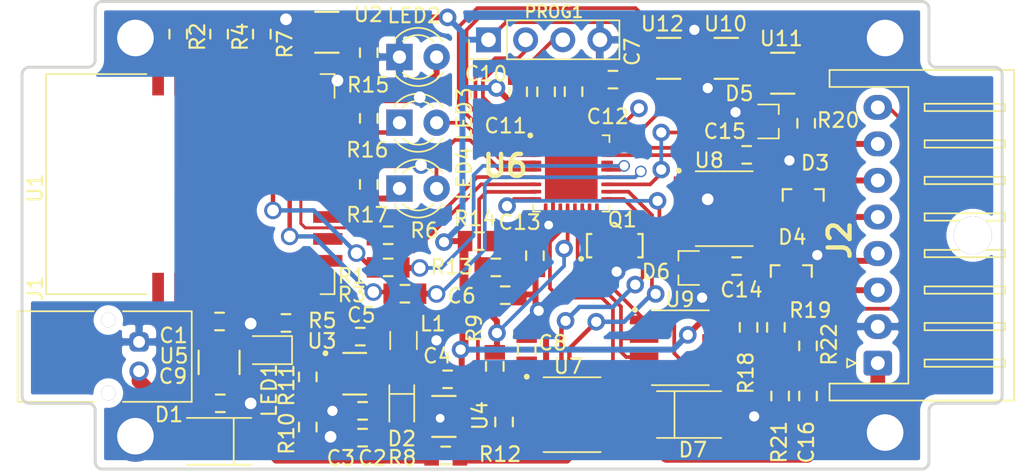
<source format=kicad_pcb>
(kicad_pcb (version 20171130) (host pcbnew "(5.1.8)-1")
  (layers (0 F.Cu signal) (31 B.Cu signal) (34 B.Paste user) (35 F.Paste user) (36 B.SilkS user) (37 F.SilkS user) (38 B.Mask user) (39 F.Mask user) (44 Edge.Cuts user))
  (net 0 "")
  (net 1 GND)
  (net 2 +5V)
  (net 3 /POWER)
  (net 4 /ADC_I)
  (net 5 "Net-(D1-Pad2)")
  (net 6 /CANH)
  (net 7 /CANL)
  (net 8 /SWDIO)
  (net 9 /SWCLK)
  (net 10 /RESET)
  (net 11 "Net-(Q1-Pad1)")
  (net 12 "Net-(Q1-Pad3)")
  (net 13 "Net-(R1-Pad1)")
  (net 14 /ADC_U)
  (net 15 /PWM_FB)
  (net 16 "Net-(U1-Pad2)")
  (net 17 "Net-(U1-Pad7)")
  (net 18 "Net-(U1-Pad14)")
  (net 19 "Net-(U1-Pad15)")
  (net 20 "Net-(U1-Pad16)")
  (net 21 /SERVO_ON)
  (net 22 /SERVO+)
  (net 23 /485_B)
  (net 24 /485_A)
  (net 25 /485_TX)
  (net 26 /485_DIR)
  (net 27 /485_RX)
  (net 28 /S.BUS)
  (net 29 /STATUS)
  (net 30 /LED1)
  (net 31 /LED2)
  (net 32 /SBUSTX)
  (net 33 /SBUSRX)
  (net 34 /SBUSPOL)
  (net 35 /SBUSTE)
  (net 36 /CAN_TX)
  (net 37 /CAN_RX)
  (net 38 /ADC_FB)
  (net 39 "Net-(D5-Pad3)")
  (net 40 "Net-(C12-Pad1)")
  (net 41 "Net-(C13-Pad1)")
  (net 42 "Net-(R3-Pad1)")
  (net 43 "Net-(R5-Pad2)")
  (net 44 "Net-(LED3-Pad1)")
  (net 45 +3V3)
  (net 46 "Net-(C5-Pad2)")
  (net 47 "Net-(C5-Pad1)")
  (net 48 "Net-(LED1-Pad1)")
  (net 49 "Net-(LED2-Pad2)")
  (net 50 "Net-(LED4-Pad1)")
  (net 51 /RES)
  (net 52 /PWRC)
  (net 53 /BT_TX)
  (net 54 "Net-(R6-Pad2)")
  (net 55 "Net-(R12-Pad1)")
  (net 56 "Net-(R9-Pad2)")
  (net 57 "Net-(R10-Pad1)")
  (net 58 "Net-(R19-Pad2)")
  (net 59 "Net-(U1-Pad9)")
  (net 60 "Net-(U1-Pad3)")
  (net 61 "Net-(U1-Pad21)")
  (net 62 "Net-(U1-Pad19)")
  (net 63 "Net-(U1-Pad18)")
  (net 64 "Net-(U1-Pad17)")
  (net 65 "Net-(U1-Pad8)")
  (net 66 "Net-(U1-Pad10)")
  (net 67 "Net-(U1-Pad11)")
  (net 68 "Net-(U1-Pad12)")
  (net 69 "Net-(U1-Pad13)")
  (net 70 /BT_RX)
  (net 71 "Net-(U6-Pad22)")
  (net 72 "Net-(U6-Pad27)")
  (net 73 "Net-(U10-Pad4)")
  (net 74 "Net-(R18-Pad2)")
  (module Connector_PinHeader_2.54mm:PinHeader_1x04_P2.54mm_Vertical (layer F.Cu) (at 95.885 102.624 90)
    (fp_text reference PROG1 (at 1.913 4.4704 180) (layer F.SilkS) (effects (font (size 0.8 0.8))))
    (fp_text value 01x04)
    (pad 4 thru_hole oval (at 0 7.62 90) (size 1.7 1.7) (drill 1) (layers *.Cu *.Mask) (net 1 GND))
    (pad 3 thru_hole oval (at 0 5.08 90) (size 1.7 1.7) (drill 1) (layers *.Cu *.Mask) (net 9 /SWCLK))
    (pad 2 thru_hole oval (at 0 2.54 90) (size 1.7 1.7) (drill 1) (layers *.Cu *.Mask) (net 8 /SWDIO))
    (pad 1 thru_hole rect (at 0 0 90) (size 1.7 1.7) (drill 1) (layers *.Cu *.Mask) (net 2 +5V))
  )
  (module VolzLib:JST_XA_S08B-XASK-1x08_P2.50mm_Horizontal (layer F.Cu) (at 122.5 124.75 90)
    (fp_text reference J2 (at 8.418 -2.612 270) (layer F.SilkS) (effects (font (size 1.5 1.5) (thickness 0.3))))
    (fp_text value S08B-XASK-1)
    (pad "" thru_hole circle (at 8.75 6.5 90) (size 2.6 2.6) (drill 2.6) (layers *.Cu *.Mask))
    (pad 1 thru_hole roundrect (at 0 0 90) (size 1.7 1.95) (drill 0.95) (layers *.Cu *.Mask) (roundrect_rratio 0.1470588235294118) (net 22 /SERVO+))
    (pad 2 thru_hole oval (at 2.5 0 90) (size 1.7 1.95) (drill 0.95) (layers *.Cu *.Mask) (net 1 GND))
    (pad 3 thru_hole oval (at 5 0 90) (size 1.7 1.95) (drill 0.95) (layers *.Cu *.Mask) (net 24 /485_A))
    (pad 4 thru_hole oval (at 7.5 0 90) (size 1.7 1.95) (drill 0.95) (layers *.Cu *.Mask) (net 23 /485_B))
    (pad 5 thru_hole oval (at 10 0 90) (size 1.7 1.95) (drill 0.95) (layers *.Cu *.Mask) (net 7 /CANL))
    (pad 6 thru_hole oval (at 12.5 0 90) (size 1.7 1.95) (drill 0.95) (layers *.Cu *.Mask) (net 6 /CANH))
    (pad 7 thru_hole oval (at 15 0 90) (size 1.7 1.95) (drill 0.95) (layers *.Cu *.Mask) (net 28 /S.BUS))
    (pad 8 thru_hole oval (at 17.5 0 90) (size 1.7 1.95) (drill 0.95) (layers *.Cu *.Mask) (net 15 /PWM_FB))
  )
  (module VolzLib:SOIC-8_3.9x4.9mm_P1.27mm (layer F.Cu) (at 101.6 128.278)
    (fp_text reference U7 (at -0.254 -3.31) (layer F.SilkS))
    (fp_text value VN750PS)
    (pad 8 smd rect (at 2.475 -1.905) (size 1.95 0.6) (layers F.Cu F.Paste F.Mask) (net 55 "Net-(R12-Pad1)"))
    (pad 7 smd rect (at 2.475 -0.635) (size 1.95 0.6) (layers F.Cu F.Paste F.Mask) (net 22 /SERVO+))
    (pad 6 smd rect (at 2.475 0.635) (size 1.95 0.6) (layers F.Cu F.Paste F.Mask) (net 22 /SERVO+))
    (pad 5 smd rect (at 2.475 1.905) (size 1.95 0.6) (layers F.Cu F.Paste F.Mask) (net 55 "Net-(R12-Pad1)"))
    (pad 4 smd rect (at -2.475 1.905) (size 1.95 0.6) (layers F.Cu F.Paste F.Mask))
    (pad 3 smd rect (at -2.475 0.635) (size 1.95 0.6) (layers F.Cu F.Paste F.Mask) (net 29 /STATUS))
    (pad 2 smd rect (at -2.475 -0.635) (size 1.95 0.6) (layers F.Cu F.Paste F.Mask) (net 21 /SERVO_ON))
    (pad 1 smd rect (at -2.475 -1.905) (size 1.95 0.6) (layers F.Cu F.Paste F.Mask) (net 1 GND))
  )
  (module VolzLib:RES-3 (layer F.Cu) (at 104.521 116.713 180)
    (fp_text reference Q1 (at -0.508 1.778 180) (layer F.SilkS))
    (fp_text value 16MHz)
    (pad 3 smd rect (at -1.2 0 180) (size 0.6 2) (layers F.Cu F.Paste F.Mask) (net 12 "Net-(Q1-Pad3)"))
    (pad 2 smd rect (at 0 0 180) (size 0.6 2) (layers F.Cu F.Paste F.Mask) (net 1 GND))
    (pad 1 smd rect (at 1.2 0 180) (size 0.6 2) (layers F.Cu F.Paste F.Mask) (net 11 "Net-(Q1-Pad1)"))
  )
  (module VolzLib:SOIC-8_3.9x4.9mm_P1.27mm (layer F.Cu) (at 109 123.698)
    (fp_text reference U9 (at -0.034 -3.302) (layer F.SilkS))
    (fp_text value THVD1500)
    (pad 8 smd rect (at 2.475 -1.905) (size 1.95 0.6) (layers F.Cu F.Paste F.Mask) (net 2 +5V))
    (pad 7 smd rect (at 2.475 -0.635) (size 1.95 0.6) (layers F.Cu F.Paste F.Mask) (net 74 "Net-(R18-Pad2)"))
    (pad 6 smd rect (at 2.475 0.635) (size 1.95 0.6) (layers F.Cu F.Paste F.Mask) (net 58 "Net-(R19-Pad2)"))
    (pad 5 smd rect (at 2.475 1.905) (size 1.95 0.6) (layers F.Cu F.Paste F.Mask) (net 1 GND))
    (pad 4 smd rect (at -2.475 1.905) (size 1.95 0.6) (layers F.Cu F.Paste F.Mask) (net 25 /485_TX))
    (pad 3 smd rect (at -2.475 0.635) (size 1.95 0.6) (layers F.Cu F.Paste F.Mask) (net 26 /485_DIR))
    (pad 2 smd rect (at -2.475 -0.635) (size 1.95 0.6) (layers F.Cu F.Paste F.Mask) (net 26 /485_DIR))
    (pad 1 smd rect (at -2.475 -1.905) (size 1.95 0.6) (layers F.Cu F.Paste F.Mask) (net 27 /485_RX))
  )
  (module VolzLib:C0805 (layer F.Cu) (at 87.28 129.85)
    (fp_text reference C2 (at 1.747 1.976 180) (layer F.SilkS) (effects (justify right bottom)))
    (fp_text value 2.2 hide)
    (pad 2 smd rect (at 0.9651 0) (size 1 1.4) (layers F.Cu F.Paste F.Mask) (net 3 /POWER))
    (pad 1 smd rect (at -0.9651 0) (size 1 1.4) (layers F.Cu F.Paste F.Mask) (net 1 GND))
  )
  (module VolzLib:C0805 (layer F.Cu) (at 87.28 128.016)
    (fp_text reference C3 (at -0.412 3.81 -180) (layer F.SilkS) (effects (justify right bottom)))
    (fp_text value 0.1 hide)
    (pad 2 smd rect (at 0.9651 0) (size 1 1.4) (layers F.Cu F.Paste F.Mask) (net 3 /POWER))
    (pad 1 smd rect (at -0.9651 0) (size 1 1.4) (layers F.Cu F.Paste F.Mask) (net 1 GND))
  )
  (module VolzLib:C0805 (layer F.Cu) (at 87.122 122.936)
    (fp_text reference C5 (at 1.143 -0.889) (layer F.SilkS) (effects (justify right bottom)))
    (fp_text value 0.1 hide)
    (pad 2 smd rect (at 0.9651 0) (size 1 1.4) (layers F.Cu F.Paste F.Mask) (net 46 "Net-(C5-Pad2)"))
    (pad 1 smd rect (at -0.9651 0) (size 1 1.4) (layers F.Cu F.Paste F.Mask) (net 47 "Net-(C5-Pad1)"))
  )
  (module VolzLib:C0805 (layer F.Cu) (at 104.394 105.35)
    (fp_text reference C7 (at 1.905 -0.829 90) (layer F.SilkS) (effects (justify left bottom)))
    (fp_text value 22.0 hide)
    (pad 2 smd rect (at 0.9651 0) (size 1 1.4) (layers F.Cu F.Paste F.Mask) (net 2 +5V))
    (pad 1 smd rect (at -0.9651 0) (size 1 1.4) (layers F.Cu F.Paste F.Mask) (net 1 GND))
  )
  (module VolzLib:C0805 (layer F.Cu) (at 93.091 125.857)
    (fp_text reference C4 (at -1.778 -1.016 180) (layer F.SilkS) (effects (justify left bottom)))
    (fp_text value 0.1 hide)
    (pad 2 smd rect (at 0.9651 0) (size 1 1.4) (layers F.Cu F.Paste F.Mask) (net 2 +5V))
    (pad 1 smd rect (at -0.9651 0) (size 1 1.4) (layers F.Cu F.Paste F.Mask) (net 1 GND))
  )
  (module VolzLib:C0805 (layer F.Cu) (at 97.028 120.1 180)
    (fp_text reference C6 (at 1.905 -0.635) (layer F.SilkS) (effects (justify right bottom)))
    (fp_text value 0.1 hide)
    (pad 2 smd rect (at 0.9651 0 180) (size 1 1.4) (layers F.Cu F.Paste F.Mask) (net 4 /ADC_I))
    (pad 1 smd rect (at -0.9651 0 180) (size 1 1.4) (layers F.Cu F.Paste F.Mask) (net 1 GND))
  )
  (module VolzLib:C0805 (layer F.Cu) (at 112.85 118.11 180)
    (fp_text reference C14 (at -1.8777 -2.2098) (layer F.SilkS) (effects (justify right bottom)))
    (fp_text value 0.1 hide)
    (pad 2 smd rect (at 0.9651 0 180) (size 1 1.4) (layers F.Cu F.Paste F.Mask) (net 1 GND))
    (pad 1 smd rect (at -0.9651 0 180) (size 1 1.4) (layers F.Cu F.Paste F.Mask) (net 2 +5V))
  )
  (module VolzLib:D_SMA (layer F.Cu) (at 77.47 130.1 180)
    (fp_text reference D1 (at 3.429 1.83) (layer F.SilkS))
    (fp_text value VSSAF5L45)
    (pad 1 smd rect (at -2.4 0 180) (size 2.3 1.8) (layers F.Cu F.Paste F.Mask) (net 3 /POWER))
    (pad 2 smd rect (at 2.4 0 180) (size 2.3 1.8) (layers F.Cu F.Paste F.Mask) (net 5 "Net-(D1-Pad2)"))
  )
  (module VolzLib:SOT23-3 (layer F.Cu) (at 117.4 113.546)
    (fp_text reference D3 (at -0.262 -1.913) (layer F.SilkS) (effects (justify left bottom)))
    (fp_text value NUP2105L hide)
    (pad 1 smd rect (at -0.95 1.1) (size 0.8 1) (layers F.Cu F.Paste F.Mask) (net 7 /CANL))
    (pad 2 smd rect (at 0.95 1.1) (size 0.8 1) (layers F.Cu F.Paste F.Mask) (net 6 /CANH))
    (pad 3 smd rect (at 0 -1.1) (size 0.8 1) (layers F.Cu F.Paste F.Mask) (net 1 GND))
  )
  (module VolzLib:SOT23-3 (layer F.Cu) (at 116.586 118.753)
    (fp_text reference D4 (at 1.143 -2.04) (layer F.SilkS) (effects (justify right bottom)))
    (fp_text value NUP2105L hide)
    (pad 1 smd rect (at -0.95 1.1) (size 0.8 1) (layers F.Cu F.Paste F.Mask) (net 24 /485_A))
    (pad 2 smd rect (at 0.95 1.1) (size 0.8 1) (layers F.Cu F.Paste F.Mask) (net 23 /485_B))
    (pad 3 smd rect (at 0 -1.1) (size 0.8 1) (layers F.Cu F.Paste F.Mask) (net 1 GND))
  )
  (module VolzLib:SOT-323_SC-70 (layer F.Cu) (at 109.601 118.237 180)
    (fp_text reference D6 (at 2.2625 -0.254) (layer F.SilkS))
    (fp_text value BAT54SW)
    (pad 1 smd rect (at -0.95 -0.65 90) (size 0.5 0.6) (layers F.Cu F.Paste F.Mask) (net 1 GND))
    (pad 2 smd rect (at -0.95 0.65 90) (size 0.5 0.6) (layers F.Cu F.Paste F.Mask) (net 2 +5V))
    (pad 3 smd rect (at 0.95 0 90) (size 0.5 0.6) (layers F.Cu F.Paste F.Mask) (net 38 /ADC_FB))
  )
  (module VolzLib:SOT-323_SC-70 (layer F.Cu) (at 115 108.212)
    (fp_text reference D5 (at -1.97 -1.913 180) (layer F.SilkS))
    (fp_text value BAT54SW)
    (pad 1 smd rect (at -0.95 -0.65 270) (size 0.5 0.6) (layers F.Cu F.Paste F.Mask) (net 1 GND))
    (pad 2 smd rect (at -0.95 0.65 270) (size 0.5 0.6) (layers F.Cu F.Paste F.Mask) (net 2 +5V))
    (pad 3 smd rect (at 0.95 0 270) (size 0.5 0.6) (layers F.Cu F.Paste F.Mask) (net 39 "Net-(D5-Pad3)"))
  )
  (module VolzLib:L_1206 (layer F.Cu) (at 90.078 123.2 90)
    (fp_text reference L1 (at 1.143 1.998) (layer F.SilkS))
    (fp_text value 10uH)
    (pad 1 smd rect (at -1.4 0 90) (size 1.2 1.75) (layers F.Cu F.Paste F.Mask) (net 46 "Net-(C5-Pad2)"))
    (pad 2 smd rect (at 1.4 0 90) (size 1.2 1.75) (layers F.Cu F.Paste F.Mask) (net 2 +5V))
  )
  (module VolzLib:R0805 (layer F.Cu) (at 83.532 129.127 270)
    (fp_text reference R10 (at -1.111 0.855 90) (layer F.SilkS) (effects (justify right bottom)))
    (fp_text value 4k3 hide)
    (pad 2 smd rect (at 0.9651 0 270) (size 1 1.4) (layers F.Cu F.Paste F.Mask) (net 1 GND))
    (pad 1 smd rect (at -0.9651 0 270) (size 1 1.4) (layers F.Cu F.Paste F.Mask) (net 57 "Net-(R10-Pad1)"))
  )
  (module VolzLib:R0805 (layer F.Cu) (at 83.532 125.693 270)
    (fp_text reference R11 (at -0.979 0.855 90) (layer F.SilkS) (effects (justify right bottom)))
    (fp_text value 22k hide)
    (pad 2 smd rect (at 0.9651 0 270) (size 1 1.4) (layers F.Cu F.Paste F.Mask) (net 57 "Net-(R10-Pad1)"))
    (pad 1 smd rect (at -0.9651 0 270) (size 1 1.4) (layers F.Cu F.Paste F.Mask) (net 2 +5V))
  )
  (module VolzLib:R0805 (layer F.Cu) (at 96.95 128.778 90)
    (fp_text reference R12 (at -2.794 -1.827 180) (layer F.SilkS) (effects (justify left bottom)))
    (fp_text value 100k hide)
    (pad 2 smd rect (at 0.9651 0 90) (size 1 1.4) (layers F.Cu F.Paste F.Mask) (net 14 /ADC_U))
    (pad 1 smd rect (at -0.9651 0 90) (size 1 1.4) (layers F.Cu F.Paste F.Mask) (net 55 "Net-(R12-Pad1)"))
  )
  (module VolzLib:R0805 (layer F.Cu) (at 96.393 118.2)
    (fp_text reference R13 (at -4.572 0.545) (layer F.SilkS) (effects (justify left bottom)))
    (fp_text value 15k hide)
    (pad 2 smd rect (at 0.9651 0) (size 1 1.4) (layers F.Cu F.Paste F.Mask) (net 1 GND))
    (pad 1 smd rect (at -0.9651 0) (size 1 1.4) (layers F.Cu F.Paste F.Mask) (net 14 /ADC_U))
  )
  (module VolzLib:R0805 (layer F.Cu) (at 92.964 131.064 180)
    (fp_text reference R8 (at 1.905 -0.762 180) (layer F.SilkS) (effects (justify right bottom)))
    (fp_text value 0.02 hide)
    (pad 1 smd rect (at -0.9651 0 180) (size 1 1.4) (layers F.Cu F.Paste F.Mask) (net 55 "Net-(R12-Pad1)"))
    (pad 2 smd rect (at 0.9651 0 180) (size 1 1.4) (layers F.Cu F.Paste F.Mask) (net 3 /POWER))
  )
  (module VolzLib:R0805 (layer F.Cu) (at 96.3168 124.976 270)
    (fp_text reference R9 (at -3.691 0.8128 270) (layer F.SilkS) (effects (justify right bottom)))
    (fp_text value 1k hide)
    (pad 2 smd rect (at 0.9651 0 270) (size 1 1.4) (layers F.Cu F.Paste F.Mask) (net 56 "Net-(R9-Pad2)"))
    (pad 1 smd rect (at -0.9651 0 270) (size 1 1.4) (layers F.Cu F.Paste F.Mask) (net 4 /ADC_I))
  )
  (module VolzLib:R0805 (layer F.Cu) (at 115.824 127 90)
    (fp_text reference R21 (at -4.7152 0.5178 90) (layer F.SilkS) (effects (justify left bottom)))
    (fp_text value 10k hide)
    (pad 2 smd rect (at 0.9651 0 90) (size 1 1.4) (layers F.Cu F.Paste F.Mask) (net 38 /ADC_FB))
    (pad 1 smd rect (at -0.9651 0 90) (size 1 1.4) (layers F.Cu F.Paste F.Mask) (net 1 GND))
  )
  (module VolzLib:R0805 (layer F.Cu) (at 117.729 123.571 270)
    (fp_text reference R22 (at -1.651 -2.032 90) (layer F.SilkS) (effects (justify right bottom)))
    (fp_text value 10k hide)
    (pad 2 smd rect (at 0.9651 0 270) (size 1 1.4) (layers F.Cu F.Paste F.Mask) (net 38 /ADC_FB))
    (pad 1 smd rect (at -0.9651 0 270) (size 1 1.4) (layers F.Cu F.Paste F.Mask) (net 15 /PWM_FB))
  )
  (module VolzLib:R0805 (layer F.Cu) (at 117.602 108.339 90)
    (fp_text reference R20 (at -0.373 0.635) (layer F.SilkS) (effects (justify left bottom)))
    (fp_text value 1k hide)
    (pad 2 smd rect (at 0.9651 0 90) (size 1 1.4) (layers F.Cu F.Paste F.Mask) (net 39 "Net-(D5-Pad3)"))
    (pad 1 smd rect (at -0.9651 0 90) (size 1 1.4) (layers F.Cu F.Paste F.Mask) (net 28 /S.BUS))
  )
  (module VolzLib:QFN-32-1EP_5x5mm_P0.5mm_EP3.6x3.6mm (layer F.Cu) (at 101.545 111.768)
    (fp_text reference U6 (at -4.517 -0.516 180) (layer F.SilkS) (effects (font (size 1.5 1.5) (thickness 0.3))))
    (fp_text value ATSAMC21E18A-MUT)
    (pad 1 smd roundrect (at -2.45 -1.75) (size 0.8 0.25) (layers F.Cu F.Paste F.Mask) (net 32 /SBUSTX))
    (pad 2 smd roundrect (at -2.45 -1.25) (size 0.8 0.25) (layers F.Cu F.Paste F.Mask) (net 33 /SBUSRX))
    (pad 3 smd roundrect (at -2.45 -0.75) (size 0.8 0.25) (layers F.Cu F.Paste F.Mask) (net 30 /LED1))
    (pad 4 smd roundrect (at -2.45 -0.25) (size 0.8 0.25) (layers F.Cu F.Paste F.Mask) (net 31 /LED2))
    (pad 5 smd roundrect (at -2.45 0.25) (size 0.8 0.25) (layers F.Cu F.Paste F.Mask) (net 53 /BT_TX))
    (pad 6 smd roundrect (at -2.45 0.75) (size 0.8 0.25) (layers F.Cu F.Paste F.Mask) (net 70 /BT_RX))
    (pad 7 smd roundrect (at -2.45 1.25) (size 0.8 0.25) (layers F.Cu F.Paste F.Mask) (net 14 /ADC_U))
    (pad 8 smd roundrect (at -2.45 1.75) (size 0.8 0.25) (layers F.Cu F.Paste F.Mask) (net 38 /ADC_FB))
    (pad 9 smd roundrect (at -1.75 2.45) (size 0.25 0.8) (layers F.Cu F.Paste F.Mask) (net 41 "Net-(C13-Pad1)"))
    (pad 10 smd roundrect (at -1.25 2.45) (size 0.25 0.8) (layers F.Cu F.Paste F.Mask) (net 1 GND))
    (pad 11 smd roundrect (at -0.75 2.45) (size 0.25 0.8) (layers F.Cu F.Paste F.Mask) (net 25 /485_TX))
    (pad 12 smd roundrect (at -0.25 2.45) (size 0.25 0.8) (layers F.Cu F.Paste F.Mask) (net 4 /ADC_I))
    (pad 13 smd roundrect (at 0.25 2.45) (size 0.25 0.8) (layers F.Cu F.Paste F.Mask) (net 26 /485_DIR))
    (pad 14 smd roundrect (at 0.75 2.45) (size 0.25 0.8) (layers F.Cu F.Paste F.Mask) (net 27 /485_RX))
    (pad 15 smd roundrect (at 1.25 2.45) (size 0.25 0.8) (layers F.Cu F.Paste F.Mask) (net 11 "Net-(Q1-Pad1)"))
    (pad 16 smd roundrect (at 1.75 2.45) (size 0.25 0.8) (layers F.Cu F.Paste F.Mask) (net 12 "Net-(Q1-Pad3)"))
    (pad 17 smd roundrect (at 2.45 1.75) (size 0.8 0.25) (layers F.Cu F.Paste F.Mask) (net 21 /SERVO_ON))
    (pad 18 smd roundrect (at 2.45 1.25) (size 0.8 0.25) (layers F.Cu F.Paste F.Mask) (net 29 /STATUS))
    (pad 19 smd roundrect (at 2.45 0.75) (size 0.8 0.25) (layers F.Cu F.Paste F.Mask) (net 35 /SBUSTE))
    (pad 20 smd roundrect (at 2.45 0.25) (size 0.8 0.25) (layers F.Cu F.Paste F.Mask) (net 52 /PWRC))
    (pad 21 smd roundrect (at 2.45 -0.25) (size 0.8 0.25) (layers F.Cu F.Paste F.Mask) (net 51 /RES))
    (pad 22 smd roundrect (at 2.45 -0.75) (size 0.8 0.25) (layers F.Cu F.Paste F.Mask) (net 71 "Net-(U6-Pad22)"))
    (pad 23 smd roundrect (at 2.45 -1.25) (size 0.8 0.25) (layers F.Cu F.Paste F.Mask) (net 36 /CAN_TX))
    (pad 24 smd roundrect (at 2.45 -1.75) (size 0.8 0.25) (layers F.Cu F.Paste F.Mask) (net 37 /CAN_RX))
    (pad 25 smd roundrect (at 1.75 -2.45) (size 0.25 0.8) (layers F.Cu F.Paste F.Mask) (net 34 /SBUSPOL))
    (pad 26 smd roundrect (at 1.25 -2.45) (size 0.25 0.8) (layers F.Cu F.Paste F.Mask) (net 10 /RESET))
    (pad 27 smd roundrect (at 0.75 -2.45) (size 0.25 0.8) (layers F.Cu F.Paste F.Mask) (net 72 "Net-(U6-Pad27)"))
    (pad 28 smd roundrect (at 0.25 -2.45) (size 0.25 0.8) (layers F.Cu F.Paste F.Mask) (net 1 GND))
    (pad 29 smd roundrect (at -0.25 -2.45) (size 0.25 0.8) (layers F.Cu F.Paste F.Mask) (net 40 "Net-(C12-Pad1)"))
    (pad 30 smd roundrect (at -0.75 -2.45) (size 0.25 0.8) (layers F.Cu F.Paste F.Mask) (net 2 +5V))
    (pad 31 smd roundrect (at -1.25 -2.45) (size 0.25 0.8) (layers F.Cu F.Paste F.Mask) (net 9 /SWCLK))
    (pad 32 smd roundrect (at -1.75 -2.45) (size 0.25 0.8) (layers F.Cu F.Paste F.Mask) (net 8 /SWDIO))
    (pad EP smd rect (at 0 0) (size 3.6 3.6) (layers F.Cu F.Paste F.Mask) (net 1 GND))
  )
  (module VolzLib:SOT23-6 (layer F.Cu) (at 86.741 125.476 270)
    (fp_text reference U3 (at -1.651 1.143) (layer F.SilkS) (effects (justify right bottom)))
    (fp_text value MP2459 hide)
    (pad 6 smd rect (at -0.95 -1.2 270) (size 0.6 1) (layers F.Cu F.Paste F.Mask) (net 46 "Net-(C5-Pad2)"))
    (pad 5 smd rect (at 0 -1.2 270) (size 0.6 1) (layers F.Cu F.Paste F.Mask) (net 3 /POWER))
    (pad 4 smd rect (at 0.95 -1.2 270) (size 0.6 1) (layers F.Cu F.Paste F.Mask) (net 3 /POWER))
    (pad 3 smd rect (at 0.95 1.2 270) (size 0.6 1) (layers F.Cu F.Paste F.Mask) (net 57 "Net-(R10-Pad1)"))
    (pad 2 smd rect (at 0 1.2 270) (size 0.6 1) (layers F.Cu F.Paste F.Mask) (net 1 GND))
    (pad 1 smd rect (at -0.95 1.2 270) (size 0.6 1) (layers F.Cu F.Paste F.Mask) (net 47 "Net-(C5-Pad1)"))
  )
  (module VolzLib:SOT23-5 (layer F.Cu) (at 92.837 128.397 270)
    (fp_text reference U4 (at -1.151 -3.048 90) (layer F.SilkS) (effects (justify right bottom)))
    (fp_text value INA195A hide)
    (pad 5 smd rect (at -0.95 -1.2 270) (size 0.6 1) (layers F.Cu F.Paste F.Mask) (net 2 +5V))
    (pad 4 smd rect (at 0.95 -1.2 270) (size 0.6 1) (layers F.Cu F.Paste F.Mask) (net 55 "Net-(R12-Pad1)"))
    (pad 3 smd rect (at 0.95 1.2 270) (size 0.6 1) (layers F.Cu F.Paste F.Mask) (net 3 /POWER))
    (pad 2 smd rect (at 0 1.2 270) (size 0.6 1) (layers F.Cu F.Paste F.Mask) (net 1 GND))
    (pad 1 smd rect (at -0.95 1.2 270) (size 0.6 1) (layers F.Cu F.Paste F.Mask) (net 56 "Net-(R9-Pad2)"))
  )
  (module VolzLib:R0805 (layer F.Cu) (at 113.665 122.301 270)
    (fp_text reference R18 (at 1.5748 -0.4045 270) (layer F.SilkS) (effects (justify right bottom)))
    (fp_text value 100 hide)
    (pad 2 smd rect (at 0.9651 0 270) (size 1 1.4) (layers F.Cu F.Paste F.Mask) (net 74 "Net-(R18-Pad2)"))
    (pad 1 smd rect (at -0.9651 0 270) (size 1 1.4) (layers F.Cu F.Paste F.Mask) (net 23 /485_B))
  )
  (module VolzLib:R0805 (layer F.Cu) (at 115.5338 122.301 270)
    (fp_text reference R19 (at -0.5842 -0.7982) (layer F.SilkS) (effects (justify left bottom)))
    (fp_text value 100 hide)
    (pad 2 smd rect (at 0.9651 0 270) (size 1 1.4) (layers F.Cu F.Paste F.Mask) (net 58 "Net-(R19-Pad2)"))
    (pad 1 smd rect (at -0.9651 0 270) (size 1 1.4) (layers F.Cu F.Paste F.Mask) (net 24 /485_A))
  )
  (module VolzLib:C0805 (layer F.Cu) (at 113.538 110.498)
    (fp_text reference C15 (at -3.048 -1.024 180) (layer F.SilkS) (effects (justify left bottom)))
    (fp_text value 0.1 hide)
    (pad 2 smd rect (at 0.9651 0) (size 1 1.4) (layers F.Cu F.Paste F.Mask) (net 1 GND))
    (pad 1 smd rect (at -0.9651 0) (size 1 1.4) (layers F.Cu F.Paste F.Mask) (net 2 +5V))
  )
  (module VolzLib:C0805 (layer F.Cu) (at 98.497 123.833 270)
    (fp_text reference C8 (at 0.119 -2.849 180) (layer F.SilkS) (effects (justify right bottom)))
    (fp_text value 0.1 hide)
    (pad 2 smd rect (at 0.9651 0 270) (size 1 1.4) (layers F.Cu F.Paste F.Mask) (net 14 /ADC_U))
    (pad 1 smd rect (at -0.9651 0 270) (size 1 1.4) (layers F.Cu F.Paste F.Mask) (net 1 GND))
  )
  (module VolzLib:SOT23-5 (layer F.Cu) (at 112.141 103.894 270)
    (fp_text reference U10 (at -1.778 -1.524) (layer F.SilkS) (effects (justify right bottom)))
    (fp_text value SN74LVC1G86 hide)
    (pad 5 smd rect (at -0.95 -1.2 270) (size 0.6 1) (layers F.Cu F.Paste F.Mask) (net 2 +5V))
    (pad 4 smd rect (at 0.95 -1.2 270) (size 0.6 1) (layers F.Cu F.Paste F.Mask) (net 73 "Net-(U10-Pad4)"))
    (pad 3 smd rect (at 0.95 1.2 270) (size 0.6 1) (layers F.Cu F.Paste F.Mask) (net 1 GND))
    (pad 2 smd rect (at 0 1.2 270) (size 0.6 1) (layers F.Cu F.Paste F.Mask) (net 34 /SBUSPOL))
    (pad 1 smd rect (at -0.95 1.2 270) (size 0.6 1) (layers F.Cu F.Paste F.Mask) (net 32 /SBUSTX))
  )
  (module VolzLib:SOT23-5 (layer F.Cu) (at 108.204 103.894 90)
    (fp_text reference U12 (at 1.778 1.143 180) (layer F.SilkS) (effects (justify right bottom)))
    (fp_text value SN74LVC1G86 hide)
    (pad 5 smd rect (at -0.95 -1.2 90) (size 0.6 1) (layers F.Cu F.Paste F.Mask) (net 2 +5V))
    (pad 4 smd rect (at 0.95 -1.2 90) (size 0.6 1) (layers F.Cu F.Paste F.Mask) (net 33 /SBUSRX))
    (pad 3 smd rect (at 0.95 1.2 90) (size 0.6 1) (layers F.Cu F.Paste F.Mask) (net 1 GND))
    (pad 2 smd rect (at 0 1.2 90) (size 0.6 1) (layers F.Cu F.Paste F.Mask) (net 34 /SBUSPOL))
    (pad 1 smd rect (at -0.95 1.2 90) (size 0.6 1) (layers F.Cu F.Paste F.Mask) (net 39 "Net-(D5-Pad3)"))
  )
  (module LED_THT:LED_D3.0mm (layer F.Cu) (at 89.8 108.3)
    (fp_text reference LED3 (at 4.434 -0.596 90) (layer F.SilkS))
    (fp_text value BLUE)
    (pad 2 thru_hole circle (at 2.54 0) (size 1.8 1.8) (drill 0.9) (layers *.Cu *.Mask) (net 30 /LED1))
    (pad 1 thru_hole rect (at 0 0) (size 1.8 1.8) (drill 0.9) (layers *.Cu *.Mask) (net 44 "Net-(LED3-Pad1)"))
  )
  (module VolzLib:R0805 (layer F.Cu) (at 87.7 108.0009 270)
    (fp_text reference R16 (at 2.7431 -1.454) (layer F.SilkS) (effects (justify right bottom)))
    (fp_text value 1k hide)
    (pad 2 smd rect (at 0.9651 0 270) (size 1 1.4) (layers F.Cu F.Paste F.Mask) (net 44 "Net-(LED3-Pad1)"))
    (pad 1 smd rect (at -0.9651 0 270) (size 1 1.4) (layers F.Cu F.Paste F.Mask) (net 1 GND))
  )
  (module VolzLib:R0805 (layer F.Cu) (at 87.7 112.522 270)
    (fp_text reference R17 (at 2.667 -1.454) (layer F.SilkS) (effects (justify right bottom)))
    (fp_text value 1k hide)
    (pad 1 smd rect (at -0.9651 0 270) (size 1 1.4) (layers F.Cu F.Paste F.Mask) (net 1 GND))
    (pad 2 smd rect (at 0.9651 0 270) (size 1 1.4) (layers F.Cu F.Paste F.Mask) (net 50 "Net-(LED4-Pad1)"))
  )
  (module VolzLib:C0805 (layer F.Cu) (at 117.729 127 90)
    (fp_text reference C16 (at -4.7152 0.4728 90) (layer F.SilkS) (effects (justify left bottom)))
    (fp_text value 0.1 hide)
    (pad 2 smd rect (at 0.9651 0 90) (size 1 1.4) (layers F.Cu F.Paste F.Mask) (net 38 /ADC_FB))
    (pad 1 smd rect (at -0.9651 0 90) (size 1 1.4) (layers F.Cu F.Paste F.Mask) (net 1 GND))
  )
  (module VolzLib:SOIC-8_3.9x4.9mm_P1.27mm (layer F.Cu) (at 112 114.181)
    (fp_text reference U8 (at -1.029 -3.31) (layer F.SilkS))
    (fp_text value MCP2542FDT-SN)
    (pad 8 smd rect (at 2.475 -1.905) (size 1.95 0.6) (layers F.Cu F.Paste F.Mask) (net 1 GND))
    (pad 7 smd rect (at 2.475 -0.635) (size 1.95 0.6) (layers F.Cu F.Paste F.Mask) (net 6 /CANH))
    (pad 6 smd rect (at 2.475 0.635) (size 1.95 0.6) (layers F.Cu F.Paste F.Mask) (net 7 /CANL))
    (pad 5 smd rect (at 2.475 1.905) (size 1.95 0.6) (layers F.Cu F.Paste F.Mask) (net 2 +5V))
    (pad 4 smd rect (at -2.475 1.905) (size 1.95 0.6) (layers F.Cu F.Paste F.Mask) (net 37 /CAN_RX))
    (pad 3 smd rect (at -2.475 0.635) (size 1.95 0.6) (layers F.Cu F.Paste F.Mask) (net 2 +5V))
    (pad 2 smd rect (at -2.475 -0.635) (size 1.95 0.6) (layers F.Cu F.Paste F.Mask) (net 1 GND))
    (pad 1 smd rect (at -2.475 -1.905) (size 1.95 0.6) (layers F.Cu F.Paste F.Mask) (net 36 /CAN_TX))
  )
  (module VolzLib:SOT23-5 (layer F.Cu) (at 116 104.91 270)
    (fp_text reference U11 (at -1.786 -1.475 180) (layer F.SilkS) (effects (justify right bottom)))
    (fp_text value SN74LV1T126 hide)
    (pad 5 smd rect (at -0.95 -1.2 270) (size 0.6 1) (layers F.Cu F.Paste F.Mask) (net 2 +5V))
    (pad 4 smd rect (at 0.95 -1.2 270) (size 0.6 1) (layers F.Cu F.Paste F.Mask) (net 39 "Net-(D5-Pad3)"))
    (pad 3 smd rect (at 0.95 1.2 270) (size 0.6 1) (layers F.Cu F.Paste F.Mask) (net 1 GND))
    (pad 2 smd rect (at 0 1.2 270) (size 0.6 1) (layers F.Cu F.Paste F.Mask) (net 73 "Net-(U10-Pad4)"))
    (pad 1 smd rect (at -0.95 1.2 270) (size 0.6 1) (layers F.Cu F.Paste F.Mask) (net 35 /SBUSTE))
  )
  (module VolzLib:C0805 (layer F.Cu) (at 99.06 117.4 270)
    (fp_text reference C13 (at -1.703 -0.508 180) (layer F.SilkS) (effects (justify right bottom)))
    (fp_text value 1.0 hide)
    (pad 2 smd rect (at 0.9651 0 270) (size 1 1.4) (layers F.Cu F.Paste F.Mask) (net 1 GND))
    (pad 1 smd rect (at -0.9651 0 270) (size 1 1.4) (layers F.Cu F.Paste F.Mask) (net 41 "Net-(C13-Pad1)"))
  )
  (module VolzLib:C0805 (layer F.Cu) (at 97.917 106.18 90)
    (fp_text reference C10 (at 0.643 -3.755) (layer F.SilkS) (effects (justify left bottom)))
    (fp_text value 1.0 hide)
    (pad 2 smd rect (at 0.9651 0 90) (size 1 1.4) (layers F.Cu F.Paste F.Mask) (net 1 GND))
    (pad 1 smd rect (at -0.9651 0 90) (size 1 1.4) (layers F.Cu F.Paste F.Mask) (net 2 +5V))
  )
  (module VolzLib:C0805 (layer F.Cu) (at 99.822 106.18 90)
    (fp_text reference C11 (at -2.913 -4.318) (layer F.SilkS) (effects (justify left bottom)))
    (fp_text value 0.1 hide)
    (pad 2 smd rect (at 0.9651 0 90) (size 1 1.4) (layers F.Cu F.Paste F.Mask) (net 1 GND))
    (pad 1 smd rect (at -0.9651 0 90) (size 1 1.4) (layers F.Cu F.Paste F.Mask) (net 2 +5V))
  )
  (module VolzLib:C0805 (layer F.Cu) (at 101.7 106.172 90)
    (fp_text reference C12 (at -2.286 0.789 180) (layer F.SilkS) (effects (justify left bottom)))
    (fp_text value 1.0 hide)
    (pad 2 smd rect (at 0.9651 0 90) (size 1 1.4) (layers F.Cu F.Paste F.Mask) (net 1 GND))
    (pad 1 smd rect (at -0.9651 0 90) (size 1 1.4) (layers F.Cu F.Paste F.Mask) (net 40 "Net-(C12-Pad1)"))
  )
  (module VolzLib:D_SOD-323 (layer F.Cu) (at 89.958 127.508 270)
    (fp_text reference D2 (at 2.413 0 180) (layer F.SilkS))
    (fp_text value BAT165)
    (pad 1 smd rect (at -1.2 0 270) (size 0.8 0.8) (layers F.Cu F.Paste F.Mask) (net 46 "Net-(C5-Pad2)"))
    (pad 2 smd rect (at 1.2 0 270) (size 0.8 0.8) (layers F.Cu F.Paste F.Mask) (net 1 GND))
  )
  (module VolzLib:R0805 (layer F.Cu) (at 95.25 116.4 180)
    (fp_text reference R14 (at -1.27 0.957) (layer F.SilkS) (effects (justify right bottom)))
    (fp_text value 10 hide)
    (pad 2 smd rect (at 0.9651 0 180) (size 1 1.4) (layers F.Cu F.Paste F.Mask) (net 2 +5V))
    (pad 1 smd rect (at -0.9651 0 180) (size 1 1.4) (layers F.Cu F.Paste F.Mask) (net 41 "Net-(C13-Pad1)"))
  )
  (module VolzLib:D_SMA (layer F.Cu) (at 109.601 128.27)
    (fp_text reference D7 (at 0.254 2.413) (layer F.SilkS))
    (fp_text value SMA6F30A)
    (pad 1 smd rect (at -2.4 0) (size 2.3 1.8) (layers F.Cu F.Paste F.Mask) (net 22 /SERVO+))
    (pad 2 smd rect (at 2.4 0) (size 2.3 1.8) (layers F.Cu F.Paste F.Mask) (net 1 GND))
  )
  (module LED_THT:LED_D3.0mm (layer F.Cu) (at 89.8 112.8)
    (fp_text reference LED4 (at 4.434 -1.032 270) (layer F.SilkS))
    (fp_text value RED)
    (pad 2 thru_hole circle (at 2.54 0) (size 1.8 1.8) (drill 0.9) (layers *.Cu *.Mask) (net 31 /LED2))
    (pad 1 thru_hole rect (at 0 0) (size 1.8 1.8) (drill 0.9) (layers *.Cu *.Mask) (net 50 "Net-(LED4-Pad1)"))
  )
  (module LED_THT:LED_D3.0mm (layer F.Cu) (at 89.8 103.8)
    (fp_text reference LED2 (at 1.005 -2.835 180) (layer F.SilkS))
    (fp_text value GREEN)
    (pad 2 thru_hole circle (at 2.54 0) (size 1.8 1.8) (drill 0.9) (layers *.Cu *.Mask) (net 49 "Net-(LED2-Pad2)"))
    (pad 1 thru_hole rect (at 0 0) (size 1.8 1.8) (drill 0.9) (layers *.Cu *.Mask) (net 1 GND))
  )
  (module VolzLib:R0805 (layer F.Cu) (at 87.7 103.505 90)
    (fp_text reference R15 (at -2.794 -1.594) (layer F.SilkS) (effects (justify left bottom)))
    (fp_text value 1k hide)
    (pad 2 smd rect (at 0.9651 0 90) (size 1 1.4) (layers F.Cu F.Paste F.Mask) (net 2 +5V))
    (pad 1 smd rect (at -0.9651 0 90) (size 1 1.4) (layers F.Cu F.Paste F.Mask) (net 49 "Net-(LED2-Pad2)"))
  )
  (module VolzLib:C0805 (layer F.Cu) (at 77.5 121.9)
    (fp_text reference C1 (at -4.221 1.544 180) (layer F.SilkS) (effects (justify left bottom)))
    (fp_text value 1.0 hide)
    (pad 2 smd rect (at 0.9651 0) (size 1 1.4) (layers F.Cu F.Paste F.Mask) (net 1 GND))
    (pad 1 smd rect (at -0.9651 0) (size 1 1.4) (layers F.Cu F.Paste F.Mask) (net 45 +3V3))
  )
  (module VolzLib:C0805 (layer F.Cu) (at 77.55 127.5 180)
    (fp_text reference C9 (at 2.159 1.262 180) (layer F.SilkS) (effects (justify right bottom)))
    (fp_text value 22.0 hide)
    (pad 2 smd rect (at 0.9651 0 180) (size 1 1.4) (layers F.Cu F.Paste F.Mask) (net 45 +3V3))
    (pad 1 smd rect (at -0.9651 0 180) (size 1 1.4) (layers F.Cu F.Paste F.Mask) (net 1 GND))
  )
  (module VolzLib:R0805 (layer F.Cu) (at 89.027 118.2)
    (fp_text reference R1 (at -3.556 1.18 180) (layer F.SilkS) (effects (justify left bottom)))
    (fp_text value 1k hide)
    (pad 2 smd rect (at 0.9651 0) (size 1 1.4) (layers F.Cu F.Paste F.Mask) (net 51 /RES))
    (pad 1 smd rect (at -0.9651 0) (size 1 1.4) (layers F.Cu F.Paste F.Mask) (net 13 "Net-(R1-Pad1)"))
  )
  (module VolzLib:R0805 (layer F.Cu) (at 74.676 102.235 270)
    (fp_text reference R2 (at -0.889 -1.905 270) (layer F.SilkS) (effects (justify right bottom)))
    (fp_text value 2k hide)
    (pad 1 smd rect (at -0.9651 0 270) (size 1 1.4) (layers F.Cu F.Paste F.Mask) (net 1 GND))
    (pad 2 smd rect (at 0.9651 0 270) (size 1 1.4) (layers F.Cu F.Paste F.Mask) (net 13 "Net-(R1-Pad1)"))
  )
  (module VolzLib:R0805 (layer F.Cu) (at 90.17 120)
    (fp_text reference R3 (at -4.699 0.65 180) (layer F.SilkS) (effects (justify left bottom)))
    (fp_text value 1k hide)
    (pad 2 smd rect (at 0.9651 0) (size 1 1.4) (layers F.Cu F.Paste F.Mask) (net 52 /PWRC))
    (pad 1 smd rect (at -0.9651 0) (size 1 1.4) (layers F.Cu F.Paste F.Mask) (net 42 "Net-(R3-Pad1)"))
  )
  (module VolzLib:R0805 (layer F.Cu) (at 77.47 102.235 270)
    (fp_text reference R4 (at -0.889 -2.032 270) (layer F.SilkS) (effects (justify right bottom)))
    (fp_text value 2k hide)
    (pad 1 smd rect (at -0.9651 0 270) (size 1 1.4) (layers F.Cu F.Paste F.Mask) (net 1 GND))
    (pad 2 smd rect (at 0.9651 0 270) (size 1 1.4) (layers F.Cu F.Paste F.Mask) (net 42 "Net-(R3-Pad1)"))
  )
  (module VolzLib:R0805 (layer F.Cu) (at 82.042 122 180)
    (fp_text reference R5 (at -3.556 -0.428 180) (layer F.SilkS) (effects (justify right bottom)))
    (fp_text value 1k hide)
    (pad 2 smd rect (at 0.9651 0 180) (size 1 1.4) (layers F.Cu F.Paste F.Mask) (net 43 "Net-(R5-Pad2)"))
    (pad 1 smd rect (at -0.9651 0 180) (size 1 1.4) (layers F.Cu F.Paste F.Mask) (net 48 "Net-(LED1-Pad1)"))
  )
  (module VolzLib:R0805 (layer F.Cu) (at 89.027 116 180)
    (fp_text reference R6 (at -3.556 -0.254 180) (layer F.SilkS) (effects (justify right bottom)))
    (fp_text value 1k hide)
    (pad 2 smd rect (at 0.9651 0 180) (size 1 1.4) (layers F.Cu F.Paste F.Mask) (net 54 "Net-(R6-Pad2)"))
    (pad 1 smd rect (at -0.9651 0 180) (size 1 1.4) (layers F.Cu F.Paste F.Mask) (net 53 /BT_TX))
  )
  (module VolzLib:R0805 (layer F.Cu) (at 80.391 102.235 270)
    (fp_text reference R7 (at -0.381 -2.159 270) (layer F.SilkS) (effects (justify right bottom)))
    (fp_text value 2k hide)
    (pad 2 smd rect (at 0.9651 0 270) (size 1 1.4) (layers F.Cu F.Paste F.Mask) (net 54 "Net-(R6-Pad2)"))
    (pad 1 smd rect (at -0.9651 0 270) (size 1 1.4) (layers F.Cu F.Paste F.Mask) (net 1 GND))
  )
  (module VolzLib:JDY-08 (layer F.Cu) (at 75.5 112.5 90)
    (fp_text reference U1 (at -0.276 -10.603 270) (layer F.SilkS))
    (fp_text value JDY-08)
    (pad 16 smd rect (at 5.25 9.4 270) (size 0.8 2) (layers F.Cu F.Paste F.Mask) (net 20 "Net-(U1-Pad16)"))
    (pad 15 smd rect (at 3.75 9.4 270) (size 0.8 2) (layers F.Cu F.Paste F.Mask) (net 19 "Net-(U1-Pad15)"))
    (pad 14 smd rect (at 2.25 9.4 270) (size 0.8 2) (layers F.Cu F.Paste F.Mask) (net 18 "Net-(U1-Pad14)"))
    (pad 13 smd rect (at 0.75 9.4 270) (size 0.8 2) (layers F.Cu F.Paste F.Mask) (net 69 "Net-(U1-Pad13)"))
    (pad 12 smd rect (at -0.75 9.4 270) (size 0.8 2) (layers F.Cu F.Paste F.Mask) (net 68 "Net-(U1-Pad12)"))
    (pad 11 smd rect (at -2.25 9.4 270) (size 0.8 2) (layers F.Cu F.Paste F.Mask) (net 67 "Net-(U1-Pad11)"))
    (pad 10 smd rect (at -3.75 9.4 270) (size 0.8 2) (layers F.Cu F.Paste F.Mask) (net 66 "Net-(U1-Pad10)"))
    (pad 8 smd rect (at -7.07 8.3 270) (size 2 0.8) (layers F.Cu F.Paste F.Mask) (net 65 "Net-(U1-Pad8)"))
    (pad 17 smd rect (at 7.07 8.3 270) (size 2 0.8) (layers F.Cu F.Paste F.Mask) (net 64 "Net-(U1-Pad17)"))
    (pad 18 smd rect (at 7.07 6.8 270) (size 2 0.8) (layers F.Cu F.Paste F.Mask) (net 63 "Net-(U1-Pad18)"))
    (pad 7 smd rect (at -7.07 6.8 270) (size 2 0.8) (layers F.Cu F.Paste F.Mask) (net 17 "Net-(U1-Pad7)"))
    (pad 6 smd rect (at -7.07 5.3 270) (size 2 0.8) (layers F.Cu F.Paste F.Mask) (net 43 "Net-(R5-Pad2)"))
    (pad 19 smd rect (at 7.07 5.3 270) (size 2 0.8) (layers F.Cu F.Paste F.Mask) (net 62 "Net-(U1-Pad19)"))
    (pad 20 smd rect (at 7.07 3.8 270) (size 2 0.8) (layers F.Cu F.Paste F.Mask) (net 54 "Net-(R6-Pad2)"))
    (pad 5 smd rect (at -7.07 3.8 270) (size 2 0.8) (layers F.Cu F.Paste F.Mask))
    (pad 4 smd rect (at -7.07 2.3 270) (size 2 0.8) (layers F.Cu F.Paste F.Mask))
    (pad 21 smd rect (at 7.07 2.3 270) (size 2 0.8) (layers F.Cu F.Paste F.Mask) (net 61 "Net-(U1-Pad21)"))
    (pad 22 smd rect (at 7.07 0.8 270) (size 2 0.8) (layers F.Cu F.Paste F.Mask) (net 42 "Net-(R3-Pad1)"))
    (pad 3 smd rect (at -7.07 0.8 270) (size 2 0.8) (layers F.Cu F.Paste F.Mask) (net 60 "Net-(U1-Pad3)"))
    (pad 2 smd rect (at -7.07 -0.7 270) (size 2 0.8) (layers F.Cu F.Paste F.Mask) (net 16 "Net-(U1-Pad2)"))
    (pad 23 smd rect (at 7.07 -0.7 270) (size 2 0.8) (layers F.Cu F.Paste F.Mask) (net 13 "Net-(R1-Pad1)"))
    (pad 24 smd rect (at 7.07 -2.2 270) (size 2 0.8) (layers F.Cu F.Paste F.Mask) (net 1 GND))
    (pad 9 smd rect (at -5.25 9.4 270) (size 0.8 2) (layers F.Cu F.Paste F.Mask) (net 59 "Net-(U1-Pad9)"))
    (pad 1 smd rect (at -7.07 -2.2 270) (size 2 0.8) (layers F.Cu F.Paste F.Mask) (net 45 +3V3))
  )
  (module VolzLib:SOT23-5 (layer F.Cu) (at 84.836 102.108 270)
    (fp_text reference U2 (at -0.635 -3.937) (layer F.SilkS) (effects (justify right bottom)))
    (fp_text value SN74LV1T126 hide)
    (pad 5 smd rect (at -0.95 -1.2 270) (size 0.6 1) (layers F.Cu F.Paste F.Mask) (net 2 +5V))
    (pad 4 smd rect (at 0.95 -1.2 270) (size 0.6 1) (layers F.Cu F.Paste F.Mask) (net 70 /BT_RX))
    (pad 3 smd rect (at 0.95 1.2 270) (size 0.6 1) (layers F.Cu F.Paste F.Mask) (net 1 GND))
    (pad 2 smd rect (at 0 1.2 270) (size 0.6 1) (layers F.Cu F.Paste F.Mask) (net 62 "Net-(U1-Pad19)"))
    (pad 1 smd rect (at -0.95 1.2 270) (size 0.6 1) (layers F.Cu F.Paste F.Mask) (net 2 +5V))
  )
  (module VolzLib:SOT23-5 (layer F.Cu) (at 77.47 124.7)
    (fp_text reference U5 (at -4.191 0.141 180) (layer F.SilkS) (effects (justify left bottom)))
    (fp_text value MIC5504-3.3 hide)
    (pad 5 smd rect (at -0.95 -1.2) (size 0.6 1) (layers F.Cu F.Paste F.Mask) (net 45 +3V3))
    (pad 4 smd rect (at 0.95 -1.2) (size 0.6 1) (layers F.Cu F.Paste F.Mask))
    (pad 3 smd rect (at 0.95 1.2) (size 0.6 1) (layers F.Cu F.Paste F.Mask) (net 2 +5V))
    (pad 2 smd rect (at 0 1.2) (size 0.6 1) (layers F.Cu F.Paste F.Mask) (net 1 GND))
    (pad 1 smd rect (at -0.95 1.2) (size 0.6 1) (layers F.Cu F.Paste F.Mask) (net 2 +5V))
  )
  (module VolzLib:JST_S02B-PASK-2LFSN_1x02 (layer F.Cu) (at 72 123.3 90)
    (fp_text reference J1 (at 3.666 -7.103 90) (layer F.SilkS))
    (fp_text value JST_S02B_PASK)
    (pad 1 thru_hole roundrect (at 0 0 90) (size 1.3208 1.3208) (drill 0.8128) (layers *.Cu *.Mask) (net 1 GND))
    (pad 2 thru_hole circle (at -2 0 90) (size 1.3208 1.3208) (drill 0.8128) (layers *.Cu *.Mask) (net 5 "Net-(D1-Pad2)"))
    (pad "" thru_hole circle (at -3.5 -2.1 180) (size 1 1) (drill 1) (layers *.Cu *.Mask))
    (pad "" thru_hole circle (at 1.5 -2.1 180) (size 1 1) (drill 1) (layers *.Cu *.Mask))
  )
  (module LED_SMD:LED_0805_2012Metric (layer F.Cu) (at 80.772 123.86 180)
    (fp_text reference LED1 (at -0.127 -2.759 90) (layer F.SilkS))
    (fp_text value RED)
    (pad 1 smd roundrect (at -0.9375 0 180) (size 0.975 1.4) (layers F.Cu F.Paste F.Mask) (net 48 "Net-(LED1-Pad1)"))
    (pad 2 smd roundrect (at 0.9375 0 180) (size 0.975 1.4) (layers F.Cu F.Paste F.Mask) (net 45 +3V3))
  )
  (gr_arc (start 64.5 127) (end 64 127) (angle -90) (layer Edge.Cuts) (width 0.2))
  (gr_arc (start 68.5 128) (end 69 128) (angle -90) (layer Edge.Cuts) (width 0.2))
  (gr_arc (start 69.5 131.5) (end 69 131.5) (angle -90) (layer Edge.Cuts) (width 0.2))
  (gr_line (start 69 128) (end 69 131.5) (layer Edge.Cuts) (width 0.2))
  (gr_line (start 64.5 127.5) (end 68.5 127.5) (layer Edge.Cuts) (width 0.2))
  (gr_line (start 126.5 127.5) (end 130.5 127.5) (layer Edge.Cuts) (width 0.2))
  (gr_arc (start 126.5 128) (end 126.5 127.5) (angle -90) (layer Edge.Cuts) (width 0.2))
  (gr_arc (start 130.5 127) (end 130.5 127.5) (angle -90) (layer Edge.Cuts) (width 0.2))
  (gr_line (start 126 131.5) (end 126 128) (layer Edge.Cuts) (width 0.2))
  (gr_arc (start 125.5 131.5) (end 125.5 132) (angle -90) (layer Edge.Cuts) (width 0.2))
  (gr_arc (start 130.5 105) (end 131 105) (angle -90) (layer Edge.Cuts) (width 0.2))
  (gr_arc (start 126.5 104) (end 126 104) (angle -90) (layer Edge.Cuts) (width 0.2))
  (gr_arc (start 125.5 100.5) (end 126 100.5) (angle -90) (layer Edge.Cuts) (width 0.2))
  (gr_line (start 130.5 104.5) (end 126.5 104.5) (layer Edge.Cuts) (width 0.2))
  (gr_line (start 126 100.5) (end 126 104) (layer Edge.Cuts) (width 0.2))
  (gr_arc (start 64.5 105) (end 64.5 104.5) (angle -90) (layer Edge.Cuts) (width 0.2))
  (gr_arc (start 68.5 104) (end 68.5 104.5) (angle -90) (layer Edge.Cuts) (width 0.2))
  (gr_arc (start 69.5 100.5) (end 69.5 100) (angle -90) (layer Edge.Cuts) (width 0.2))
  (gr_line (start 69 104) (end 69 100.5) (layer Edge.Cuts) (width 0.2))
  (gr_line (start 64.5 104.5) (end 68.5 104.5) (layer Edge.Cuts) (width 0.2))
  (gr_line (start 64 105) (end 64 127) (layer Edge.Cuts) (width 0.2))
  (gr_line (start 125.5 100) (end 69.5 100) (layer Edge.Cuts) (width 0.2))
  (gr_line (start 131 127) (end 131 105) (layer Edge.Cuts) (width 0.2))
  (gr_line (start 69.5 132) (end 125.5 132) (layer Edge.Cuts) (width 0.2))
  (via (at 71.75 102.5) (size 3.5) (drill 2.5) (layers F.Cu B.Cu) (net 1))
  (via (at 123 129.5) (size 3.5) (drill 2.5) (layers F.Cu B.Cu) (net 1))
  (via (at 123 102.5) (size 3.5) (drill 2.5) (layers F.Cu B.Cu) (net 1))
  (via (at 71.75 129.75) (size 3.5) (drill 2.5) (layers F.Cu B.Cu) (net 1))
  (via (at 110.49 120.269) (size 1.2) (drill 0.7) (layers F.Cu B.Cu) (net 1))
  (via (at 99.314 121.166) (size 1.2) (drill 0.7) (layers F.Cu B.Cu) (net 1))
  (via (at 92.329 123.19) (size 1.2) (drill 0.7) (layers F.Cu B.Cu) (net 1))
  (via (at 104.648 118.491) (size 1.2) (drill 0.7) (layers F.Cu B.Cu) (net 1))
  (segment (start 114.3841 110.498) (end 114.3841 112.2669) (width 0.4064) (layer F.Cu) (net 1))
  (segment (start 114.3841 112.2669) (end 114.375 112.276) (width 0.4064) (layer F.Cu) (net 1))
  (via (at 114.046 128.397) (size 1.2) (drill 0.7) (layers F.Cu B.Cu) (net 1))
  (via (at 116.459 110.879) (size 1.2) (drill 0.7) (layers F.Cu B.Cu) (net 1))
  (segment (start 117.186 112.276) (end 117.356 112.446) (width 0.4064) (layer F.Cu) (net 1))
  (via (at 118.364 117.356) (size 1.2) (drill 0.7) (layers F.Cu B.Cu) (net 1))
  (segment (start 118.067 117.653) (end 118.364 117.356) (width 0.4064) (layer F.Cu) (net 1))
  (segment (start 116.586 117.653) (end 118.067 117.653) (width 0.4064) (layer F.Cu) (net 1))
  (via (at 85.217 128.016) (size 1.2) (drill 0.7) (layers F.Cu B.Cu) (net 1))
  (via (at 110.871 105.926) (size 1.2) (drill 0.7) (layers F.Cu B.Cu) (net 1))
  (segment (start 116.332 112.276) (end 117.186 112.276) (width 0.4064) (layer F.Cu) (net 1))
  (segment (start 114.375 112.276) (end 116.332 112.276) (width 0.4064) (layer F.Cu) (net 1))
  (via (at 112.776 107.577) (size 1.2) (drill 0.7) (layers F.Cu B.Cu) (net 1))
  (segment (start 98.497 122.8679) (end 99.8431 122.8679) (width 0.254) (layer F.Cu) (net 1))
  (segment (start 110.941 105.856) (end 110.871 105.926) (width 0.4064) (layer F.Cu) (net 1))
  (segment (start 110.941 104.844) (end 110.941 105.856) (width 0.4064) (layer F.Cu) (net 1))
  (segment (start 112.776 107.069) (end 112.776 107.577) (width 0.4064) (layer F.Cu) (net 1))
  (segment (start 114.8 105.86) (end 113.985 105.86) (width 0.4064) (layer F.Cu) (net 1))
  (segment (start 113.985 105.86) (end 112.776 107.069) (width 0.4064) (layer F.Cu) (net 1))
  (segment (start 112.791 107.562) (end 112.776 107.577) (width 0.4064) (layer F.Cu) (net 1))
  (segment (start 114.05 107.562) (end 112.791 107.562) (width 0.4064) (layer F.Cu) (net 1))
  (segment (start 116.459 112.149) (end 116.459 110.879) (width 0.4064) (layer F.Cu) (net 1))
  (segment (start 116.332 112.276) (end 116.459 112.149) (width 0.4064) (layer F.Cu) (net 1))
  (segment (start 99.1 118.2811) (end 99.1 119.809) (width 0.4064) (layer F.Cu) (net 1))
  (segment (start 97.4342 118.237) (end 99.441 118.237) (width 0.4064) (layer F.Cu) (net 1))
  (segment (start 83.286 130.2191) (end 83.413 130.0921) (width 0.6096) (layer F.Cu) (net 1))
  (segment (start 99.822 125.549) (end 98.998 126.373) (width 0.4064) (layer F.Cu) (net 1))
  (segment (start 99.822 121.761) (end 99.822 125.549) (width 0.4064) (layer F.Cu) (net 1))
  (segment (start 99.1 121.039) (end 99.822 121.761) (width 0.4064) (layer F.Cu) (net 1))
  (segment (start 114.4861 127.9569) (end 117.6372 127.9569) (width 0.4064) (layer F.Cu) (net 1))
  (segment (start 114.046 128.397) (end 114.4861 127.9569) (width 0.4064) (layer F.Cu) (net 1))
  (segment (start 114.046 126.4772) (end 114.046 128.397) (width 0.6096) (layer F.Cu) (net 1))
  (segment (start 111.475 125.603) (end 113.1718 125.603) (width 0.6096) (layer F.Cu) (net 1))
  (segment (start 113.1718 125.603) (end 114.046 126.4772) (width 0.6096) (layer F.Cu) (net 1))
  (segment (start 100.295 111.748) (end 100.295 114.218) (width 0.254) (layer F.Cu) (net 1))
  (segment (start 101.795 110.248) (end 100.295 111.748) (width 0.254) (layer F.Cu) (net 1))
  (segment (start 103.378 107.188) (end 101.795 108.771) (width 0.254) (layer F.Cu) (net 1))
  (segment (start 101.795 108.771) (end 101.795 110.248) (width 0.254) (layer F.Cu) (net 1))
  (segment (start 97.917 105.2149) (end 99.822 105.2149) (width 0.4064) (layer F.Cu) (net 1))
  (segment (start 101.692 105.2149) (end 101.7 105.2069) (width 0.4064) (layer F.Cu) (net 1))
  (segment (start 99.822 105.2149) (end 101.692 105.2149) (width 0.4064) (layer F.Cu) (net 1))
  (segment (start 103.2858 105.2069) (end 103.4289 105.35) (width 0.4064) (layer F.Cu) (net 1))
  (segment (start 101.7 105.2069) (end 103.2858 105.2069) (width 0.4064) (layer F.Cu) (net 1))
  (segment (start 103.378 105.4009) (end 103.4289 105.35) (width 0.4064) (layer F.Cu) (net 1))
  (segment (start 103.378 107.188) (end 103.378 105.4009) (width 0.4064) (layer F.Cu) (net 1))
  (segment (start 109.6996 101.942) (end 109.961714 101.942) (width 0.4064) (layer F.Cu) (net 1))
  (via (at 109.961714 101.942) (size 1.2) (drill 0.7) (layers F.Cu B.Cu) (net 1))
  (segment (start 109.404 102.944) (end 109.404 102.2376) (width 0.4064) (layer F.Cu) (net 1))
  (segment (start 109.404 102.2376) (end 109.6996 101.942) (width 0.4064) (layer F.Cu) (net 1))
  (segment (start 103.4289 102.7001) (end 103.505 102.624) (width 0.4064) (layer F.Cu) (net 1))
  (segment (start 103.4289 105.35) (end 103.4289 102.7001) (width 0.4064) (layer F.Cu) (net 1))
  (segment (start 112.128 128.397) (end 112.001 128.27) (width 0.8128) (layer F.Cu) (net 1))
  (segment (start 114.046 128.397) (end 112.128 128.397) (width 0.8128) (layer F.Cu) (net 1))
  (segment (start 83.4559 130.016) (end 83.532 130.0921) (width 0.4064) (layer F.Cu) (net 1))
  (via (at 82.042 101.219) (size 1.2) (drill 0.8) (layers F.Cu B.Cu) (net 1))
  (segment (start 76.708 101.2699) (end 74.803 101.2699) (width 0.4064) (layer F.Cu) (net 1))
  (segment (start 80.391 101.2699) (end 76.708 101.2699) (width 0.4064) (layer F.Cu) (net 1))
  (segment (start 80.4419 101.219) (end 80.391 101.2699) (width 0.4064) (layer F.Cu) (net 1))
  (segment (start 82.042 101.219) (end 80.4419 101.219) (width 0.4064) (layer F.Cu) (net 1))
  (via (at 91.186 106.553) (size 1.2) (drill 0.8) (layers F.Cu B.Cu) (net 1))
  (segment (start 87.7 107.3659) (end 87.7061 107.3659) (width 0.3048) (layer F.Cu) (net 1))
  (via (at 91.27499 111.197827) (size 1.2) (drill 0.8) (layers F.Cu B.Cu) (net 1))
  (segment (start 88.0049 111.252) (end 91.220817 111.252) (width 0.3048) (layer F.Cu) (net 1))
  (segment (start 91.220817 111.252) (end 91.27499 111.197827) (width 0.3048) (layer F.Cu) (net 1))
  (segment (start 87.7 111.5569) (end 88.0049 111.252) (width 0.3048) (layer F.Cu) (net 1))
  (segment (start 90.932 106.807) (end 91.186 106.553) (width 0.3048) (layer F.Cu) (net 1))
  (segment (start 87.9288 106.807) (end 90.932 106.807) (width 0.3048) (layer F.Cu) (net 1))
  (segment (start 87.7 107.0358) (end 87.9288 106.807) (width 0.3048) (layer F.Cu) (net 1))
  (segment (start 84.5424 103.058) (end 85.55999 104.07559) (width 0.4064) (layer F.Cu) (net 1))
  (segment (start 85.55999 104.07559) (end 85.55999 105.41) (width 0.4064) (layer F.Cu) (net 1))
  (via (at 85.55999 105.41) (size 1.2) (drill 0.8) (layers F.Cu B.Cu) (net 1))
  (segment (start 83.636 103.058) (end 84.5424 103.058) (width 0.4064) (layer F.Cu) (net 1))
  (segment (start 73.3 104.05) (end 71.75 102.5) (width 0.6096) (layer F.Cu) (net 1))
  (segment (start 73.3 105.43) (end 73.3 104.05) (width 0.6096) (layer F.Cu) (net 1))
  (via (at 79.629 122.047) (size 1.2) (drill 0.8) (layers F.Cu B.Cu) (net 1))
  (segment (start 79.582 122) (end 79.629 122.047) (width 0.6096) (layer F.Cu) (net 1))
  (segment (start 78.4651 122) (end 79.582 122) (width 0.6096) (layer F.Cu) (net 1))
  (segment (start 77.47 126.4079) (end 78.5621 127.5) (width 0.3048) (layer F.Cu) (net 1))
  (segment (start 77.47 125.9) (end 77.47 126.4079) (width 0.3048) (layer F.Cu) (net 1))
  (via (at 79.629 127.508) (size 1.2) (drill 0.8) (layers F.Cu B.Cu) (net 1))
  (via (at 85.09 129.794) (size 1.2) (drill 0.8) (layers F.Cu B.Cu) (net 1))
  (segment (start 84.7919 130.0921) (end 85.09 129.794) (width 0.6096) (layer F.Cu) (net 1))
  (segment (start 83.532 130.0921) (end 84.7919 130.0921) (width 0.6096) (layer F.Cu) (net 1))
  (segment (start 79.621 127.5) (end 79.629 127.508) (width 0.6096) (layer F.Cu) (net 1))
  (segment (start 78.5151 127.5) (end 79.621 127.5) (width 0.6096) (layer F.Cu) (net 1))
  (segment (start 85.217 128.016) (end 86.3149 128.016) (width 0.6096) (layer F.Cu) (net 1))
  (segment (start 85.146 129.85) (end 85.09 129.794) (width 0.6096) (layer F.Cu) (net 1))
  (segment (start 86.3149 129.85) (end 85.146 129.85) (width 0.6096) (layer F.Cu) (net 1))
  (segment (start 85.541 125.476) (end 86.487 125.476) (width 0.3048) (layer F.Cu) (net 1))
  (segment (start 86.487 125.476) (end 86.614 125.603) (width 0.3048) (layer F.Cu) (net 1))
  (segment (start 86.614 127.7169) (end 86.3149 128.016) (width 0.3048) (layer F.Cu) (net 1))
  (segment (start 86.614 125.603) (end 86.614 127.7169) (width 0.3048) (layer F.Cu) (net 1))
  (via (at 92.583 128.524) (size 0.8) (drill 0.6) (layers F.Cu B.Cu) (net 1))
  (segment (start 92.456 128.397) (end 92.583 128.524) (width 0.4064) (layer F.Cu) (net 1))
  (segment (start 91.637 128.397) (end 92.456 128.397) (width 0.4064) (layer F.Cu) (net 1))
  (segment (start 90.269 128.397) (end 89.958 128.708) (width 0.4064) (layer F.Cu) (net 1))
  (segment (start 91.637 128.397) (end 90.269 128.397) (width 0.4064) (layer F.Cu) (net 1))
  (segment (start 92.1259 123.3931) (end 92.329 123.19) (width 0.4064) (layer F.Cu) (net 1))
  (segment (start 92.1259 125.857) (end 92.1259 123.3931) (width 0.4064) (layer F.Cu) (net 1))
  (via (at 100 115.3) (size 0.8) (drill 0.6) (layers F.Cu B.Cu) (net 1))
  (segment (start 100.295 115.005) (end 100 115.3) (width 0.254) (layer F.Cu) (net 1))
  (segment (start 100.295 114.218) (end 100.295 115.005) (width 0.254) (layer F.Cu) (net 1))
  (via (at 110.871 113.538) (size 1.2) (drill 0.8) (layers F.Cu B.Cu) (net 1))
  (segment (start 98.0381 120.055) (end 97.9931 120.1) (width 0.4064) (layer F.Cu) (net 1))
  (segment (start 99.1 120.055) (end 98.0381 120.055) (width 0.4064) (layer F.Cu) (net 1))
  (segment (start 99.1 119.809) (end 99.1 120.055) (width 0.4064) (layer F.Cu) (net 1))
  (segment (start 99.1 120.055) (end 99.1 121.039) (width 0.4064) (layer F.Cu) (net 1))
  (segment (start 110.863 113.546) (end 110.871 113.538) (width 0.4064) (layer F.Cu) (net 1))
  (segment (start 109.425 113.546) (end 110.863 113.546) (width 0.4064) (layer F.Cu) (net 1))
  (segment (start 104.521 118.364) (end 104.648 118.491) (width 0.254) (layer F.Cu) (net 1))
  (segment (start 104.521 116.713) (end 104.521 118.364) (width 0.254) (layer F.Cu) (net 1))
  (segment (start 110.551 120.208) (end 110.49 120.269) (width 0.4064) (layer F.Cu) (net 1))
  (segment (start 110.551 118.887) (end 110.551 120.208) (width 0.4064) (layer F.Cu) (net 1))
  (segment (start 111.9379 117.983) (end 111.9379 118.3131) (width 0.4064) (layer F.Cu) (net 1))
  (segment (start 111.364 118.887) (end 110.551 118.887) (width 0.4064) (layer F.Cu) (net 1))
  (segment (start 111.9379 118.3131) (end 111.364 118.887) (width 0.4064) (layer F.Cu) (net 1))
  (via (at 93.98 123.825) (size 1.2) (drill 0.7) (layers F.Cu B.Cu) (net 2))
  (segment (start 116.078 103.894) (end 116.144 103.96) (width 0.4064) (layer F.Cu) (net 2))
  (segment (start 116.144 103.96) (end 117.2 103.96) (width 0.4064) (layer F.Cu) (net 2))
  (segment (start 113.1025 108.862) (end 112.5729 109.3916) (width 0.4064) (layer F.Cu) (net 2))
  (segment (start 114.031 108.862) (end 113.1025 108.862) (width 0.4064) (layer F.Cu) (net 2))
  (segment (start 112.5729 109.3916) (end 112.5729 110.498) (width 0.4064) (layer F.Cu) (net 2))
  (segment (start 116.078 103.894) (end 116.078 106.815) (width 0.4064) (layer F.Cu) (net 2))
  (segment (start 116.078 106.815) (end 114.031 108.862) (width 0.4064) (layer F.Cu) (net 2))
  (segment (start 116.078 103.712238) (end 116.078 103.894) (width 0.4064) (layer F.Cu) (net 2))
  (segment (start 115.309762 102.944) (end 116.078 103.712238) (width 0.4064) (layer F.Cu) (net 2))
  (segment (start 113.341 102.944) (end 115.309762 102.944) (width 0.4064) (layer F.Cu) (net 2))
  (segment (start 100.795 109.318) (end 100.795 108.161) (width 0.254) (layer F.Cu) (net 2))
  (segment (start 99.7791 107.1451) (end 99.513 107.1451) (width 0.254) (layer F.Cu) (net 2))
  (segment (start 100.795 108.161) (end 99.7791 107.1451) (width 0.254) (layer F.Cu) (net 2))
  (segment (start 106.486 105.35) (end 105.3591 105.35) (width 0.4064) (layer F.Cu) (net 2))
  (segment (start 107.004 104.844) (end 106.992 104.844) (width 0.4064) (layer F.Cu) (net 2))
  (segment (start 106.992 104.844) (end 106.486 105.35) (width 0.4064) (layer F.Cu) (net 2))
  (segment (start 94.2849 116.4) (end 94.2088 116.4761) (width 0.6096) (layer F.Cu) (net 2))
  (segment (start 94.2088 123.5962) (end 93.98 123.825) (width 0.6096) (layer F.Cu) (net 2))
  (segment (start 94.2088 116.4761) (end 94.2088 123.5962) (width 0.6096) (layer F.Cu) (net 2))
  (segment (start 94.037 125.8761) (end 94.0561 125.857) (width 0.4064) (layer F.Cu) (net 2))
  (segment (start 94.037 127.447) (end 94.037 125.8761) (width 0.4064) (layer F.Cu) (net 2))
  (segment (start 94.0561 123.9011) (end 93.98 123.825) (width 0.4064) (layer F.Cu) (net 2))
  (segment (start 94.0561 125.857) (end 94.0561 123.9011) (width 0.4064) (layer F.Cu) (net 2))
  (segment (start 105.3591 102.0571) (end 105.3591 104.396) (width 0.254) (layer F.Cu) (net 2))
  (segment (start 104.721011 101.419011) (end 105.3591 102.0571) (width 0.254) (layer F.Cu) (net 2))
  (segment (start 105.3591 104.396) (end 105.3591 105.35) (width 0.254) (layer F.Cu) (net 2))
  (segment (start 95.885 102.624) (end 97.089989 101.419011) (width 0.254) (layer F.Cu) (net 2))
  (segment (start 97.089989 101.419011) (end 104.721011 101.419011) (width 0.254) (layer F.Cu) (net 2))
  (via (at 93.091 101.092) (size 1.2) (drill 0.7) (layers F.Cu B.Cu) (net 2))
  (segment (start 86.036 101.158) (end 86.102 101.092) (width 0.4064) (layer F.Cu) (net 2))
  (segment (start 87.63 101.092) (end 87.63 102.7939) (width 0.4064) (layer F.Cu) (net 2))
  (segment (start 86.102 101.092) (end 87.63 101.092) (width 0.4064) (layer F.Cu) (net 2))
  (segment (start 87.63 101.092) (end 93.091 101.092) (width 0.4064) (layer F.Cu) (net 2))
  (segment (start 83.636 101.158) (end 86.036 101.158) (width 0.4064) (layer F.Cu) (net 2))
  (segment (start 97.031009 106.517999) (end 96.43101 105.918) (width 0.4064) (layer F.Cu) (net 2))
  (via (at 96.43101 105.918) (size 1.2) (drill 0.7) (layers F.Cu B.Cu) (net 2))
  (segment (start 99.64 107.1451) (end 97.65811 107.1451) (width 0.4064) (layer F.Cu) (net 2))
  (segment (start 97.65811 107.1451) (end 97.031009 106.517999) (width 0.4064) (layer F.Cu) (net 2))
  (segment (start 93.091 101.092) (end 94.107 102.108) (width 0.4064) (layer B.Cu) (net 2))
  (segment (start 96.238052 105.918) (end 94.107 105.918) (width 0.4064) (layer B.Cu) (net 2))
  (segment (start 95.877 102.616) (end 95.885 102.624) (width 0.4064) (layer B.Cu) (net 2))
  (segment (start 94.107 102.616) (end 95.877 102.616) (width 0.4064) (layer B.Cu) (net 2))
  (segment (start 94.107 102.108) (end 94.107 102.616) (width 0.4064) (layer B.Cu) (net 2))
  (via (at 92.843706 116.465706) (size 1.2) (drill 0.7) (layers F.Cu B.Cu) (net 2))
  (segment (start 94.107 102.616) (end 94.107 115.202412) (width 0.4064) (layer B.Cu) (net 2))
  (segment (start 94.107 115.202412) (end 92.843706 116.465706) (width 0.4064) (layer B.Cu) (net 2))
  (segment (start 94.2849 116.4) (end 92.909412 116.4) (width 0.4064) (layer F.Cu) (net 2))
  (segment (start 92.909412 116.4) (end 92.843706 116.465706) (width 0.4064) (layer F.Cu) (net 2))
  (segment (start 90.162 121.666) (end 90.078 121.75) (width 0.6096) (layer F.Cu) (net 2))
  (segment (start 94.1407 121.666) (end 90.162 121.666) (width 0.6096) (layer F.Cu) (net 2))
  (segment (start 76.52 125.146) (end 76.698 124.968) (width 0.254) (layer F.Cu) (net 2))
  (segment (start 76.52 125.9) (end 76.52 125.146) (width 0.254) (layer F.Cu) (net 2))
  (segment (start 83.2919 124.968) (end 83.532 124.7279) (width 0.254) (layer F.Cu) (net 2))
  (segment (start 78.359 125.839) (end 78.42 125.9) (width 0.254) (layer F.Cu) (net 2))
  (segment (start 78.359 124.968) (end 78.359 125.839) (width 0.254) (layer F.Cu) (net 2))
  (segment (start 76.698 124.968) (end 78.359 124.968) (width 0.254) (layer F.Cu) (net 2))
  (segment (start 78.359 124.968) (end 83.2919 124.968) (width 0.254) (layer F.Cu) (net 2))
  (segment (start 83.532 123.605) (end 83.532 124.7279) (width 0.4064) (layer F.Cu) (net 2))
  (segment (start 85.387 121.75) (end 83.532 123.605) (width 0.4064) (layer F.Cu) (net 2))
  (segment (start 90.078 121.75) (end 85.387 121.75) (width 0.4064) (layer F.Cu) (net 2))
  (segment (start 112.522 116.078) (end 112.53 116.086) (width 0.4064) (layer F.Cu) (net 2))
  (segment (start 112.522 110.5489) (end 112.522 116.078) (width 0.4064) (layer F.Cu) (net 2))
  (segment (start 112.5729 110.498) (end 112.522 110.5489) (width 0.4064) (layer F.Cu) (net 2))
  (via (at 109.51201 122.817) (size 1.2) (drill 0.7) (layers F.Cu B.Cu) (net 2))
  (segment (start 93.98 123.825) (end 108.50401 123.825) (width 0.4064) (layer B.Cu) (net 2))
  (segment (start 108.50401 123.825) (end 109.51201 122.817) (width 0.4064) (layer B.Cu) (net 2))
  (segment (start 111.475 121.793) (end 110.53601 121.793) (width 0.4064) (layer F.Cu) (net 2))
  (segment (start 110.53601 121.793) (end 109.51201 122.817) (width 0.4064) (layer F.Cu) (net 2))
  (segment (start 108.824 117.587) (end 110.551 117.587) (width 0.254) (layer F.Cu) (net 2))
  (segment (start 108.077 116.84) (end 108.824 117.587) (width 0.254) (layer F.Cu) (net 2))
  (segment (start 108.077 115.316) (end 108.077 116.84) (width 0.254) (layer F.Cu) (net 2))
  (segment (start 108.577 114.816) (end 108.077 115.316) (width 0.254) (layer F.Cu) (net 2))
  (segment (start 109.525 114.816) (end 108.577 114.816) (width 0.254) (layer F.Cu) (net 2))
  (segment (start 110.551 117.3735) (end 110.551 117.587) (width 0.4064) (layer F.Cu) (net 2))
  (segment (start 111.8385 116.086) (end 110.551 117.3735) (width 0.4064) (layer F.Cu) (net 2))
  (segment (start 114.475 116.086) (end 111.8385 116.086) (width 0.4064) (layer F.Cu) (net 2))
  (segment (start 111.475 120.681) (end 113.8151 118.3409) (width 0.4064) (layer F.Cu) (net 2))
  (segment (start 113.8151 118.3409) (end 113.8151 118.11) (width 0.4064) (layer F.Cu) (net 2))
  (segment (start 111.475 121.793) (end 111.475 120.681) (width 0.4064) (layer F.Cu) (net 2))
  (segment (start 114.475 117.4501) (end 113.8151 118.11) (width 0.4064) (layer F.Cu) (net 2))
  (segment (start 114.475 116.086) (end 114.475 117.4501) (width 0.4064) (layer F.Cu) (net 2))
  (segment (start 81.394 131.318) (end 79.997 129.921) (width 0.6096) (layer F.Cu) (net 3))
  (segment (start 91.9989 131.191) (end 91.8719 131.318) (width 0.6096) (layer F.Cu) (net 3))
  (segment (start 91.6179 131.318) (end 91.9989 130.937) (width 0.6096) (layer F.Cu) (net 3))
  (segment (start 81.394 131.318) (end 88.265 131.318) (width 0.6096) (layer F.Cu) (net 3))
  (segment (start 88.265 131.318) (end 91.6179 131.318) (width 0.6096) (layer F.Cu) (net 3))
  (segment (start 88.265 129.8699) (end 88.2451 129.85) (width 0.6096) (layer F.Cu) (net 3))
  (segment (start 88.265 131.318) (end 88.265 129.8699) (width 0.6096) (layer F.Cu) (net 3))
  (segment (start 88.2451 129.85) (end 88.2451 128.016) (width 0.6096) (layer F.Cu) (net 3))
  (segment (start 87.941 125.476) (end 88.646 125.476) (width 0.254) (layer F.Cu) (net 3))
  (segment (start 88.646 125.476) (end 88.9 125.73) (width 0.254) (layer F.Cu) (net 3))
  (segment (start 88.9 127.3611) (end 88.2451 128.016) (width 0.254) (layer F.Cu) (net 3))
  (segment (start 88.9 125.73) (end 88.9 126.492) (width 0.254) (layer F.Cu) (net 3))
  (segment (start 88.9 126.492) (end 88.9 127.3611) (width 0.254) (layer F.Cu) (net 3))
  (segment (start 88.007 126.492) (end 87.941 126.426) (width 0.254) (layer F.Cu) (net 3))
  (segment (start 88.9 126.492) (end 88.007 126.492) (width 0.254) (layer F.Cu) (net 3))
  (segment (start 92.75 129.707) (end 92.398 129.355) (width 0.2032) (layer F.Cu) (net 3))
  (segment (start 92.75 130.77) (end 92.75 129.707) (width 0.2032) (layer F.Cu) (net 3))
  (segment (start 92.398 129.355) (end 91.637 129.355) (width 0.2032) (layer F.Cu) (net 3))
  (segment (start 92.583 130.937) (end 92.75 130.77) (width 0.2032) (layer F.Cu) (net 3))
  (segment (start 91.9989 130.937) (end 92.583 130.937) (width 0.2032) (layer F.Cu) (net 3))
  (via (at 96.465 122.69) (size 1.2) (drill 0.7) (layers F.Cu B.Cu) (net 4))
  (segment (start 96.3168 124.0109) (end 96.3168 124.0108) (width 0.2032) (layer F.Cu) (net 4))
  (segment (start 96.465 123.8626) (end 96.465 122.69) (width 0.4064) (layer F.Cu) (net 4))
  (segment (start 96.3168 124.0108) (end 96.465 123.8626) (width 0.2032) (layer F.Cu) (net 4))
  (segment (start 96.465 121.873) (end 96.465 122.69) (width 0.4064) (layer F.Cu) (net 4))
  (segment (start 96.0629 121.4709) (end 96.465 121.873) (width 0.4064) (layer F.Cu) (net 4))
  (segment (start 96.0629 120.1) (end 96.0629 121.4709) (width 0.4064) (layer F.Cu) (net 4))
  (segment (start 101.05399 118.10101) (end 101.05399 116.916) (width 0.254) (layer B.Cu) (net 4))
  (via (at 101.05399 116.916) (size 1.2) (drill 0.7) (layers F.Cu B.Cu) (net 4))
  (segment (start 96.465 122.69) (end 101.05399 118.10101) (width 0.254) (layer B.Cu) (net 4))
  (segment (start 101.295 116.67499) (end 101.05399 116.916) (width 0.254) (layer F.Cu) (net 4))
  (segment (start 101.295 114.218) (end 101.295 116.67499) (width 0.254) (layer F.Cu) (net 4))
  (segment (start 72 125.975) (end 72 125.3) (width 1) (layer F.Cu) (net 5))
  (segment (start 75.07 129.045) (end 72 125.975) (width 1) (layer F.Cu) (net 5))
  (segment (start 75.07 130.1) (end 75.07 129.045) (width 1) (layer F.Cu) (net 5))
  (segment (start 118.306 113.604) (end 118.306 114.646) (width 0.4064) (layer F.Cu) (net 6))
  (segment (start 118.364 113.546) (end 118.306 113.604) (width 0.4064) (layer F.Cu) (net 6))
  (segment (start 114.375 113.546) (end 118.364 113.546) (width 0.4064) (layer F.Cu) (net 6))
  (segment (start 119.652 112.25) (end 122.5 112.25) (width 0.4064) (layer F.Cu) (net 6))
  (segment (start 118.364 113.546) (end 118.364 113.538) (width 0.4064) (layer F.Cu) (net 6))
  (segment (start 118.364 113.538) (end 119.652 112.25) (width 0.4064) (layer F.Cu) (net 6))
  (segment (start 116.236 114.816) (end 116.406 114.646) (width 0.4064) (layer F.Cu) (net 7))
  (segment (start 114.375 114.816) (end 116.236 114.816) (width 0.4064) (layer F.Cu) (net 7))
  (segment (start 116.9396 116.086) (end 118.991 116.086) (width 0.4064) (layer F.Cu) (net 7))
  (segment (start 120.327 114.75) (end 122.5 114.75) (width 0.4064) (layer F.Cu) (net 7))
  (segment (start 116.406 114.646) (end 116.406 115.5524) (width 0.4064) (layer F.Cu) (net 7))
  (segment (start 118.991 116.086) (end 120.327 114.75) (width 0.4064) (layer F.Cu) (net 7))
  (segment (start 116.406 115.5524) (end 116.9396 116.086) (width 0.4064) (layer F.Cu) (net 7))
  (segment (start 98.425 103.378) (end 98.425 102.624) (width 0.254) (layer F.Cu) (net 8))
  (segment (start 97.917 103.886) (end 98.425 103.378) (width 0.254) (layer F.Cu) (net 8))
  (segment (start 96.346 103.886) (end 97.917 103.886) (width 0.254) (layer F.Cu) (net 8))
  (segment (start 94.996 105.236) (end 96.346 103.886) (width 0.254) (layer F.Cu) (net 8))
  (segment (start 94.996 106.807) (end 94.996 105.236) (width 0.254) (layer F.Cu) (net 8))
  (segment (start 97.507 109.318) (end 94.996 106.807) (width 0.254) (layer F.Cu) (net 8))
  (segment (start 99.795 109.318) (end 97.507 109.318) (width 0.254) (layer F.Cu) (net 8))
  (segment (start 100.322 102.624) (end 100.965 102.624) (width 0.254) (layer F.Cu) (net 9))
  (segment (start 99.949 108.085) (end 97.036 108.085) (width 0.254) (layer F.Cu) (net 9))
  (segment (start 100.295 108.431) (end 99.949 108.085) (width 0.254) (layer F.Cu) (net 9))
  (segment (start 98.605989 104.340011) (end 100.322 102.624) (width 0.254) (layer F.Cu) (net 9))
  (segment (start 96.558489 104.340011) (end 98.605989 104.340011) (width 0.254) (layer F.Cu) (net 9))
  (segment (start 100.295 109.318) (end 100.295 108.431) (width 0.254) (layer F.Cu) (net 9))
  (segment (start 95.504 106.553) (end 95.504 105.3945) (width 0.254) (layer F.Cu) (net 9))
  (segment (start 97.036 108.085) (end 95.504 106.553) (width 0.254) (layer F.Cu) (net 9))
  (segment (start 95.504 105.3945) (end 96.558489 104.340011) (width 0.254) (layer F.Cu) (net 9))
  (via (at 106.172 107.315) (size 1.2) (drill 0.7) (layers F.Cu B.Cu) (net 10))
  (segment (start 103.157517 108.204) (end 105.283 108.204) (width 0.254) (layer F.Cu) (net 10))
  (segment (start 105.283 108.204) (end 106.172 107.315) (width 0.254) (layer F.Cu) (net 10))
  (segment (start 102.795 109.318) (end 102.795 108.566517) (width 0.254) (layer F.Cu) (net 10))
  (segment (start 102.795 108.566517) (end 103.157517 108.204) (width 0.254) (layer F.Cu) (net 10))
  (segment (start 103.321 115.73525) (end 103.321 116.713) (width 0.254) (layer F.Cu) (net 11))
  (segment (start 102.795 115.20925) (end 103.321 115.73525) (width 0.254) (layer F.Cu) (net 11))
  (segment (start 102.795 114.218) (end 102.795 115.20925) (width 0.254) (layer F.Cu) (net 11))
  (segment (start 103.295 114.852) (end 103.295 114.218) (width 0.254) (layer F.Cu) (net 12))
  (segment (start 103.632 115.189) (end 103.295 114.852) (width 0.254) (layer F.Cu) (net 12))
  (segment (start 105.41 115.189) (end 103.632 115.189) (width 0.254) (layer F.Cu) (net 12))
  (segment (start 105.721 115.5) (end 105.41 115.189) (width 0.254) (layer F.Cu) (net 12))
  (segment (start 105.721 116.713) (end 105.721 115.5) (width 0.254) (layer F.Cu) (net 12))
  (segment (start 74.8 103.3241) (end 74.676 103.2001) (width 0.3048) (layer F.Cu) (net 13))
  (segment (start 74.8 105.43) (end 74.8 103.3241) (width 0.3048) (layer F.Cu) (net 13))
  (segment (start 74.8 105.43) (end 74.8 107.693) (width 0.3048) (layer F.Cu) (net 13))
  (segment (start 74.8 107.693) (end 77.597 110.49) (width 0.3048) (layer F.Cu) (net 13))
  (segment (start 77.597 110.49) (end 80.137 110.49) (width 0.3048) (layer F.Cu) (net 13))
  (segment (start 80.137 110.49) (end 81.153 111.506) (width 0.3048) (layer F.Cu) (net 13))
  (segment (start 81.153 111.506) (end 81.153 114.3) (width 0.3048) (layer F.Cu) (net 13))
  (via (at 81.153 114.3) (size 1.2) (drill 0.8) (layers F.Cu B.Cu) (net 13))
  (via (at 86.868 117.221) (size 1.2) (drill 0.8) (layers F.Cu B.Cu) (net 13))
  (segment (start 83.947 114.3) (end 81.153 114.3) (width 0.3048) (layer B.Cu) (net 13))
  (segment (start 86.868 117.221) (end 83.947 114.3) (width 0.3048) (layer B.Cu) (net 13))
  (segment (start 87.847 118.2) (end 86.868 117.221) (width 0.3048) (layer F.Cu) (net 13))
  (segment (start 88.0619 118.2) (end 87.847 118.2) (width 0.3048) (layer F.Cu) (net 13))
  (segment (start 98.497 124.7981) (end 98.497 124.9294) (width 0.254) (layer F.Cu) (net 14))
  (segment (start 97.536 126.492) (end 96.774 127.254) (width 0.254) (layer F.Cu) (net 14))
  (segment (start 96.774 127.254) (end 96.774 127.9399) (width 0.254) (layer F.Cu) (net 14))
  (segment (start 97.528 124.976) (end 97.536 124.984) (width 0.254) (layer F.Cu) (net 14))
  (segment (start 97.536 124.984) (end 97.536 126.492) (width 0.254) (layer F.Cu) (net 14))
  (segment (start 98.4209 124.7981) (end 98.497 124.7981) (width 0.254) (layer F.Cu) (net 14))
  (segment (start 95.163 124.6183) (end 95.5207 124.976) (width 0.254) (layer F.Cu) (net 14))
  (segment (start 95.163 118.1289) (end 95.163 124.6183) (width 0.254) (layer F.Cu) (net 14))
  (segment (start 95.4279 117.864) (end 95.163 118.1289) (width 0.254) (layer F.Cu) (net 14))
  (segment (start 95.5207 124.976) (end 98.243 124.976) (width 0.254) (layer F.Cu) (net 14))
  (segment (start 95.25 113.538) (end 95.25 117.6861) (width 0.254) (layer F.Cu) (net 14))
  (segment (start 95.25 117.6861) (end 95.4279 117.864) (width 0.254) (layer F.Cu) (net 14))
  (segment (start 95.758 113.03) (end 95.25 113.538) (width 0.254) (layer F.Cu) (net 14))
  (segment (start 98.243 124.976) (end 98.4209 124.7981) (width 0.254) (layer F.Cu) (net 14))
  (segment (start 99.083 113.03) (end 95.758 113.03) (width 0.254) (layer F.Cu) (net 14))
  (segment (start 99.095 113.018) (end 99.083 113.03) (width 0.254) (layer F.Cu) (net 14))
  (segment (start 124.46 108.458) (end 123.252 107.25) (width 0.254) (layer F.Cu) (net 15))
  (segment (start 118.9481 122.6059) (end 120.523 121.031) (width 0.254) (layer F.Cu) (net 15))
  (segment (start 117.729 122.6059) (end 118.9481 122.6059) (width 0.254) (layer F.Cu) (net 15))
  (segment (start 120.523 121.031) (end 123.825 121.031) (width 0.254) (layer F.Cu) (net 15))
  (segment (start 124.46 120.396) (end 124.46 108.458) (width 0.254) (layer F.Cu) (net 15))
  (segment (start 123.252 107.25) (end 122.5 107.25) (width 0.254) (layer F.Cu) (net 15))
  (segment (start 123.825 121.031) (end 124.46 120.396) (width 0.254) (layer F.Cu) (net 15))
  (segment (start 100.33 127.643) (end 98.998 127.643) (width 0.3048) (layer F.Cu) (net 21))
  (segment (start 100.872993 127.100007) (end 100.33 127.643) (width 0.3048) (layer F.Cu) (net 21))
  (segment (start 100.872993 122.139007) (end 100.872993 127.100007) (width 0.3048) (layer F.Cu) (net 21))
  (segment (start 101.1555 121.8565) (end 100.872993 122.139007) (width 0.3048) (layer F.Cu) (net 21))
  (via (at 101.1555 121.8565) (size 1.2) (drill 0.7) (layers F.Cu B.Cu) (net 21))
  (via (at 105.918 119.38) (size 1.2) (drill 0.7) (layers F.Cu B.Cu) (net 21))
  (segment (start 102.108 120.904) (end 101.1555 121.8565) (width 0.3048) (layer B.Cu) (net 21))
  (segment (start 104.394 120.904) (end 102.108 120.904) (width 0.3048) (layer B.Cu) (net 21))
  (segment (start 105.918 119.38) (end 104.394 120.904) (width 0.3048) (layer B.Cu) (net 21))
  (segment (start 105.136 113.518) (end 103.995 113.518) (width 0.254) (layer F.Cu) (net 21))
  (segment (start 106.426 114.808) (end 105.136 113.518) (width 0.254) (layer F.Cu) (net 21))
  (segment (start 106.426 118.872) (end 106.426 114.808) (width 0.254) (layer F.Cu) (net 21))
  (segment (start 105.918 119.38) (end 106.426 118.872) (width 0.254) (layer F.Cu) (net 21))
  (segment (start 106.574 127.643) (end 107.201 128.27) (width 0.6096) (layer F.Cu) (net 22))
  (segment (start 104.075 127.643) (end 106.574 127.643) (width 0.6096) (layer F.Cu) (net 22))
  (segment (start 106.558 128.913) (end 107.201 128.27) (width 0.6096) (layer F.Cu) (net 22))
  (segment (start 104.075 128.913) (end 106.558 128.913) (width 0.6096) (layer F.Cu) (net 22))
  (segment (start 122.5 126.2335) (end 122.5 125.25) (width 1) (layer F.Cu) (net 22))
  (segment (start 117.6695 131.064) (end 122.5 126.2335) (width 1) (layer F.Cu) (net 22))
  (segment (start 108.077 131.064) (end 117.6695 131.064) (width 1) (layer F.Cu) (net 22))
  (segment (start 107.201 128.27) (end 107.201 130.188) (width 1) (layer F.Cu) (net 22))
  (segment (start 107.201 130.188) (end 108.077 131.064) (width 1) (layer F.Cu) (net 22))
  (segment (start 117.475 118.753) (end 117.536 118.814) (width 0.4064) (layer F.Cu) (net 23))
  (segment (start 117.536 118.814) (end 117.536 119.853) (width 0.4064) (layer F.Cu) (net 23))
  (segment (start 117.475 118.753) (end 118.864 118.753) (width 0.4064) (layer F.Cu) (net 23))
  (segment (start 119.867 117.75) (end 122.5 117.75) (width 0.4064) (layer F.Cu) (net 23))
  (segment (start 118.864 118.753) (end 119.867 117.75) (width 0.4064) (layer F.Cu) (net 23))
  (segment (start 115.110238 118.753) (end 117.475 118.753) (width 0.4064) (layer F.Cu) (net 23))
  (segment (start 113.665 121.3359) (end 113.665 120.198238) (width 0.4064) (layer F.Cu) (net 23))
  (segment (start 113.665 120.198238) (end 115.110238 118.753) (width 0.4064) (layer F.Cu) (net 23))
  (segment (start 122.489 119.761) (end 122.5 119.75) (width 0.4064) (layer F.Cu) (net 24))
  (segment (start 117.8686 121.3359) (end 119.4435 119.761) (width 0.4064) (layer F.Cu) (net 24))
  (segment (start 115.636 119.853) (end 115.5338 119.9552) (width 0.4064) (layer F.Cu) (net 24))
  (segment (start 115.5338 119.9552) (end 115.5338 121.3359) (width 0.4064) (layer F.Cu) (net 24))
  (segment (start 119.4435 119.761) (end 122.489 119.761) (width 0.4064) (layer F.Cu) (net 24))
  (segment (start 115.5338 121.3359) (end 117.8686 121.3359) (width 0.4064) (layer F.Cu) (net 24))
  (segment (start 100.736036 120.269) (end 103.632 120.269) (width 0.254) (layer F.Cu) (net 25))
  (segment (start 105.296 125.603) (end 106.525 125.603) (width 0.254) (layer F.Cu) (net 25))
  (segment (start 104.394 124.701) (end 105.296 125.603) (width 0.254) (layer F.Cu) (net 25))
  (segment (start 104.394 121.031) (end 104.394 124.701) (width 0.254) (layer F.Cu) (net 25))
  (segment (start 100.795 114.218) (end 100.795 115.74) (width 0.254) (layer F.Cu) (net 25))
  (segment (start 103.632 120.269) (end 104.394 121.031) (width 0.254) (layer F.Cu) (net 25))
  (segment (start 100.087001 119.619965) (end 100.736036 120.269) (width 0.254) (layer F.Cu) (net 25))
  (segment (start 100.087001 116.447999) (end 100.087001 119.619965) (width 0.254) (layer F.Cu) (net 25))
  (segment (start 100.795 115.74) (end 100.087001 116.447999) (width 0.254) (layer F.Cu) (net 25))
  (segment (start 104.942 123.976) (end 104.942 123.325) (width 0.254) (layer F.Cu) (net 26))
  (segment (start 106.525 124.333) (end 105.299 124.333) (width 0.254) (layer F.Cu) (net 26))
  (segment (start 105.299 124.333) (end 104.942 123.976) (width 0.254) (layer F.Cu) (net 26))
  (segment (start 105.029 123.063) (end 106.525 123.063) (width 0.254) (layer F.Cu) (net 26))
  (segment (start 104.942 122.976) (end 105.029 123.063) (width 0.254) (layer F.Cu) (net 26))
  (segment (start 104.942 123.325) (end 104.942 122.976) (width 0.254) (layer F.Cu) (net 26))
  (segment (start 104.942 120.8815) (end 104.942 122.976) (width 0.254) (layer F.Cu) (net 26))
  (segment (start 101.981 117.9205) (end 104.942 120.8815) (width 0.254) (layer F.Cu) (net 26))
  (segment (start 101.795 115.638) (end 101.981 115.824) (width 0.254) (layer F.Cu) (net 26))
  (segment (start 101.795 114.218) (end 101.795 115.638) (width 0.254) (layer F.Cu) (net 26))
  (segment (start 101.981 115.824) (end 101.981 117.9205) (width 0.254) (layer F.Cu) (net 26))
  (segment (start 102.34099 114.26399) (end 102.295 114.218) (width 0.254) (layer F.Cu) (net 27))
  (segment (start 102.34099 115.42199) (end 102.34099 114.26399) (width 0.254) (layer F.Cu) (net 27))
  (segment (start 102.616 115.697) (end 102.34099 115.42199) (width 0.254) (layer F.Cu) (net 27))
  (segment (start 102.616 117.856) (end 102.616 115.697) (width 0.254) (layer F.Cu) (net 27))
  (segment (start 106.525 121.765) (end 102.616 117.856) (width 0.254) (layer F.Cu) (net 27))
  (segment (start 106.525 121.793) (end 106.525 121.765) (width 0.254) (layer F.Cu) (net 27))
  (segment (start 119.5236 109.3041) (end 117.602 109.3041) (width 0.4064) (layer F.Cu) (net 28))
  (segment (start 122.5 109.75) (end 119.9695 109.75) (width 0.4064) (layer F.Cu) (net 28))
  (segment (start 119.9695 109.75) (end 119.5236 109.3041) (width 0.4064) (layer F.Cu) (net 28))
  (via (at 103.251 121.92) (size 1.2) (drill 0.7) (layers F.Cu B.Cu) (net 29))
  (segment (start 101.418 123.753) (end 103.251 121.92) (width 0.3048) (layer F.Cu) (net 29))
  (segment (start 101.418 127.7728) (end 101.418 123.753) (width 0.3048) (layer F.Cu) (net 29))
  (segment (start 98.998 128.913) (end 100.2778 128.913) (width 0.3048) (layer F.Cu) (net 29))
  (segment (start 100.2778 128.913) (end 101.418 127.7728) (width 0.3048) (layer F.Cu) (net 29))
  (via (at 107.314994 120.015) (size 1.2) (drill 0.7) (layers F.Cu B.Cu) (net 29))
  (segment (start 107.060997 120.015) (end 107.314994 120.015) (width 0.3048) (layer B.Cu) (net 29))
  (segment (start 105.155997 121.92) (end 107.060997 120.015) (width 0.3048) (layer B.Cu) (net 29))
  (segment (start 103.251 121.92) (end 105.155997 121.92) (width 0.3048) (layer B.Cu) (net 29))
  (segment (start 107.061 114.6175) (end 107.061 119.761006) (width 0.254) (layer F.Cu) (net 29))
  (segment (start 107.061 119.761006) (end 107.314994 120.015) (width 0.254) (layer F.Cu) (net 29))
  (segment (start 105.4615 113.018) (end 107.061 114.6175) (width 0.254) (layer F.Cu) (net 29))
  (segment (start 103.995 113.018) (end 105.4615 113.018) (width 0.254) (layer F.Cu) (net 29))
  (segment (start 94.203 108.3) (end 92.34 108.3) (width 0.254) (layer F.Cu) (net 30))
  (segment (start 96.921 111.018) (end 94.203 108.3) (width 0.254) (layer F.Cu) (net 30))
  (segment (start 99.095 111.018) (end 96.921 111.018) (width 0.254) (layer F.Cu) (net 30))
  (segment (start 92.329 113.173) (end 92.202 113.3) (width 0.254) (layer F.Cu) (net 31))
  (segment (start 92.329 110.744) (end 92.329 113.173) (width 0.254) (layer F.Cu) (net 31))
  (segment (start 93.599 109.474) (end 92.329 110.744) (width 0.254) (layer F.Cu) (net 31))
  (segment (start 94.615 109.474) (end 93.599 109.474) (width 0.254) (layer F.Cu) (net 31))
  (segment (start 96.659 111.518) (end 94.615 109.474) (width 0.254) (layer F.Cu) (net 31))
  (segment (start 99.095 111.518) (end 96.659 111.518) (width 0.254) (layer F.Cu) (net 31))
  (segment (start 110.941 101.416) (end 110.941 102.39) (width 0.254) (layer F.Cu) (net 32))
  (segment (start 99.095 110.018) (end 97.445 110.018) (width 0.254) (layer F.Cu) (net 32))
  (segment (start 97.445 110.018) (end 94.38002 106.95302) (width 0.254) (layer F.Cu) (net 32))
  (segment (start 110.941 102.39) (end 110.941 102.944) (width 0.254) (layer F.Cu) (net 32))
  (segment (start 94.38002 106.95302) (end 94.38002 101.96198) (width 0.254) (layer F.Cu) (net 32))
  (segment (start 94.38002 101.96198) (end 95.377 100.965) (width 0.254) (layer F.Cu) (net 32))
  (segment (start 95.377 100.965) (end 105.283 100.965) (width 0.254) (layer F.Cu) (net 32))
  (segment (start 105.283 100.965) (end 105.918 101.6) (width 0.254) (layer F.Cu) (net 32))
  (segment (start 105.918 101.6) (end 105.918 103.505) (width 0.254) (layer F.Cu) (net 32))
  (segment (start 105.918 103.505) (end 106.299 103.886) (width 0.254) (layer F.Cu) (net 32))
  (segment (start 106.299 103.886) (end 107.823 103.886) (width 0.254) (layer F.Cu) (net 32))
  (segment (start 108.204 101.854) (end 109.093 100.965) (width 0.254) (layer F.Cu) (net 32))
  (segment (start 110.49 100.965) (end 110.941 101.416) (width 0.254) (layer F.Cu) (net 32))
  (segment (start 107.823 103.886) (end 108.204 103.505) (width 0.254) (layer F.Cu) (net 32))
  (segment (start 108.204 103.505) (end 108.204 101.854) (width 0.254) (layer F.Cu) (net 32))
  (segment (start 109.093 100.965) (end 110.49 100.965) (width 0.254) (layer F.Cu) (net 32))
  (segment (start 107.004 101.522) (end 107.004 102.944) (width 0.254) (layer F.Cu) (net 33))
  (segment (start 105.939 100.457) (end 107.004 101.522) (width 0.254) (layer F.Cu) (net 33))
  (segment (start 93.853 101.727) (end 95.123 100.457) (width 0.254) (layer F.Cu) (net 33))
  (segment (start 93.853 107.188) (end 93.853 101.727) (width 0.254) (layer F.Cu) (net 33))
  (segment (start 97.183 110.518) (end 93.853 107.188) (width 0.254) (layer F.Cu) (net 33))
  (segment (start 95.123 100.457) (end 105.939 100.457) (width 0.254) (layer F.Cu) (net 33))
  (segment (start 99.095 110.518) (end 97.183 110.518) (width 0.254) (layer F.Cu) (net 33))
  (segment (start 110.941 103.894) (end 109.404 103.894) (width 0.254) (layer F.Cu) (net 34))
  (segment (start 103.42 109.318) (end 103.295 109.318) (width 0.254) (layer F.Cu) (net 34))
  (segment (start 108.704 103.894) (end 108.204 104.394) (width 0.254) (layer F.Cu) (net 34))
  (segment (start 109.404 103.894) (end 108.704 103.894) (width 0.254) (layer F.Cu) (net 34))
  (segment (start 108.204 104.394) (end 108.204 106.934) (width 0.254) (layer F.Cu) (net 34))
  (segment (start 105.82 109.318) (end 103.42 109.318) (width 0.254) (layer F.Cu) (net 34))
  (segment (start 108.204 106.934) (end 105.82 109.318) (width 0.254) (layer F.Cu) (net 34))
  (via (at 107.696 111.506) (size 1.2) (drill 0.7) (layers F.Cu B.Cu) (net 35))
  (via (at 107.696 108.966) (size 1.2) (drill 0.7) (layers F.Cu B.Cu) (net 35))
  (segment (start 107.696 111.514) (end 107.696 108.974004) (width 0.254) (layer B.Cu) (net 35))
  (segment (start 107.26 108.974004) (end 107.259998 108.974002) (width 0.254) (layer B.Cu) (net 35))
  (segment (start 112.837 103.96) (end 114.8 103.96) (width 0.254) (layer F.Cu) (net 35))
  (segment (start 112.395 104.402) (end 112.837 103.96) (width 0.254) (layer F.Cu) (net 35))
  (segment (start 112.395 106.561) (end 112.395 104.402) (width 0.254) (layer F.Cu) (net 35))
  (segment (start 107.696 108.966) (end 109.99 108.966) (width 0.254) (layer F.Cu) (net 35))
  (segment (start 109.99 108.966) (end 112.395 106.561) (width 0.254) (layer F.Cu) (net 35))
  (segment (start 107.696 111.76) (end 107.696 111.506) (width 0.254) (layer F.Cu) (net 35))
  (segment (start 106.938 112.518) (end 107.696 111.76) (width 0.254) (layer F.Cu) (net 35))
  (segment (start 103.995 112.518) (end 106.938 112.518) (width 0.254) (layer F.Cu) (net 35))
  (segment (start 109.425 111.211) (end 109.425 112.276) (width 0.254) (layer F.Cu) (net 36))
  (segment (start 103.995 110.518) (end 108.732 110.518) (width 0.254) (layer F.Cu) (net 36))
  (segment (start 108.732 110.518) (end 109.425 111.211) (width 0.254) (layer F.Cu) (net 36))
  (segment (start 109.637 110.018) (end 103.995 110.018) (width 0.254) (layer F.Cu) (net 37))
  (segment (start 111.887 112.268) (end 109.637 110.018) (width 0.254) (layer F.Cu) (net 37))
  (segment (start 111.887 114.808) (end 111.887 112.268) (width 0.254) (layer F.Cu) (net 37))
  (segment (start 110.609 116.086) (end 111.887 114.808) (width 0.254) (layer F.Cu) (net 37))
  (segment (start 109.425 116.086) (end 110.609 116.086) (width 0.254) (layer F.Cu) (net 37))
  (via (at 97.155 114) (size 1.2) (drill 0.7) (layers F.Cu B.Cu) (net 38))
  (segment (start 117.729 124.5361) (end 117.729 126.0349) (width 0.4064) (layer F.Cu) (net 38))
  (segment (start 117.729 126.0349) (end 115.824 126.0349) (width 0.4064) (layer F.Cu) (net 38))
  (via (at 107.442 113.644504) (size 1.2) (drill 0.7) (layers F.Cu B.Cu) (net 38))
  (segment (start 97.637 113.518) (end 97.155 114) (width 0.254) (layer F.Cu) (net 38))
  (segment (start 99.095 113.518) (end 97.637 113.518) (width 0.254) (layer F.Cu) (net 38))
  (segment (start 97.510496 113.644504) (end 97.155 114) (width 0.254) (layer B.Cu) (net 38))
  (segment (start 107.442 113.644504) (end 97.510496 113.644504) (width 0.254) (layer B.Cu) (net 38))
  (segment (start 114.7571 124.968) (end 115.824 126.0349) (width 0.254) (layer F.Cu) (net 38))
  (segment (start 108.585 124.079) (end 109.474 124.968) (width 0.254) (layer F.Cu) (net 38))
  (segment (start 107.569 117.348) (end 108.585 118.364) (width 0.254) (layer F.Cu) (net 38))
  (segment (start 108.585 118.364) (end 108.585 124.079) (width 0.254) (layer F.Cu) (net 38))
  (segment (start 107.569 113.771504) (end 107.569 117.348) (width 0.254) (layer F.Cu) (net 38))
  (segment (start 109.474 124.968) (end 114.7571 124.968) (width 0.254) (layer F.Cu) (net 38))
  (segment (start 107.442 113.644504) (end 107.569 113.771504) (width 0.254) (layer F.Cu) (net 38))
  (segment (start 118.364 106.6119) (end 117.602 107.3739) (width 0.254) (layer F.Cu) (net 39))
  (segment (start 118.303 105.86) (end 117.2 105.86) (width 0.254) (layer F.Cu) (net 39))
  (segment (start 118.364 105.799) (end 118.303 105.86) (width 0.254) (layer F.Cu) (net 39))
  (segment (start 118.364 105.799) (end 118.364 106.6119) (width 0.254) (layer F.Cu) (net 39))
  (segment (start 116.7639 108.212) (end 117.602 107.3739) (width 0.254) (layer F.Cu) (net 39))
  (segment (start 115.95 108.212) (end 116.7639 108.212) (width 0.254) (layer F.Cu) (net 39))
  (segment (start 117.094 102.108) (end 118.364 103.378) (width 0.254) (layer F.Cu) (net 39))
  (segment (start 112.649 102.108) (end 117.094 102.108) (width 0.254) (layer F.Cu) (net 39))
  (segment (start 111.887 102.87) (end 112.649 102.108) (width 0.254) (layer F.Cu) (net 39))
  (segment (start 109.404 106.0465) (end 110.2995 106.942) (width 0.254) (layer F.Cu) (net 39))
  (segment (start 109.404 104.844) (end 109.404 106.0465) (width 0.254) (layer F.Cu) (net 39))
  (segment (start 110.2995 106.942) (end 111.228981 106.942) (width 0.254) (layer F.Cu) (net 39))
  (segment (start 118.364 103.378) (end 118.364 105.799) (width 0.254) (layer F.Cu) (net 39))
  (segment (start 111.887 106.283981) (end 111.887 102.87) (width 0.254) (layer F.Cu) (net 39))
  (segment (start 111.228981 106.942) (end 111.887 106.283981) (width 0.254) (layer F.Cu) (net 39))
  (segment (start 101.295 107.5421) (end 101.7 107.1371) (width 0.254) (layer F.Cu) (net 40))
  (segment (start 101.295 109.318) (end 101.295 107.5421) (width 0.254) (layer F.Cu) (net 40))
  (segment (start 99.441 116.459) (end 96.1899 116.459) (width 0.254) (layer F.Cu) (net 41))
  (segment (start 99.272999 116.266899) (end 99.441 116.4349) (width 0.254) (layer F.Cu) (net 41))
  (segment (start 99.272999 114.976001) (end 99.272999 116.266899) (width 0.254) (layer F.Cu) (net 41))
  (segment (start 99.795 114.454) (end 99.272999 114.976001) (width 0.254) (layer F.Cu) (net 41))
  (segment (start 99.795 114.218) (end 99.795 114.454) (width 0.254) (layer F.Cu) (net 41))
  (segment (start 76.6319 103.2001) (end 77.47 103.2001) (width 0.3048) (layer F.Cu) (net 42))
  (segment (start 76.3 103.532) (end 76.6319 103.2001) (width 0.3048) (layer F.Cu) (net 42))
  (segment (start 76.3 105.43) (end 76.3 103.532) (width 0.3048) (layer F.Cu) (net 42))
  (segment (start 76.3 105.43) (end 76.3 107.669) (width 0.3048) (layer F.Cu) (net 42))
  (segment (start 76.3 107.669) (end 78.105 109.474) (width 0.3048) (layer F.Cu) (net 42))
  (segment (start 78.105 109.474) (end 81.534 109.474) (width 0.3048) (layer F.Cu) (net 42))
  (segment (start 81.534 109.474) (end 82.296 110.236) (width 0.3048) (layer F.Cu) (net 42))
  (segment (start 82.296 110.236) (end 82.296 116.078) (width 0.3048) (layer F.Cu) (net 42))
  (via (at 82.296 116.078) (size 1.2) (drill 0.8) (layers F.Cu B.Cu) (net 42))
  (via (at 88.011 119.888) (size 1.2) (drill 0.8) (layers F.Cu B.Cu) (net 42))
  (segment (start 89.2049 119.888) (end 88.011 119.888) (width 0.3048) (layer F.Cu) (net 42))
  (segment (start 87.757 119.888) (end 88.011 119.888) (width 0.3048) (layer B.Cu) (net 42))
  (segment (start 83.947 116.078) (end 87.757 119.888) (width 0.3048) (layer B.Cu) (net 42))
  (segment (start 82.296 116.078) (end 83.947 116.078) (width 0.3048) (layer B.Cu) (net 42))
  (segment (start 80.8 121.7231) (end 81.0769 122) (width 0.4064) (layer F.Cu) (net 43))
  (segment (start 80.8 119.57) (end 80.8 121.7231) (width 0.4064) (layer F.Cu) (net 43))
  (segment (start 89.134 108.966) (end 89.8 108.3) (width 0.3048) (layer F.Cu) (net 44))
  (segment (start 87.7 108.966) (end 89.134 108.966) (width 0.3048) (layer F.Cu) (net 44))
  (segment (start 74.148 121.9) (end 76.5349 121.9) (width 0.4064) (layer F.Cu) (net 45))
  (segment (start 73.3 121.052) (end 74.148 121.9) (width 0.4064) (layer F.Cu) (net 45))
  (segment (start 73.3 119.57) (end 73.3 121.052) (width 0.4064) (layer F.Cu) (net 45))
  (segment (start 76.5349 123.4851) (end 76.52 123.5) (width 0.4064) (layer F.Cu) (net 45))
  (segment (start 76.5349 121.9) (end 76.5349 123.4851) (width 0.4064) (layer F.Cu) (net 45))
  (segment (start 76.52 124.145) (end 76.835 124.46) (width 0.254) (layer F.Cu) (net 45))
  (segment (start 76.52 123.5) (end 76.52 124.145) (width 0.254) (layer F.Cu) (net 45))
  (segment (start 75.938 127.5) (end 76.6319 127.5) (width 0.4064) (layer F.Cu) (net 45))
  (segment (start 75.311 126.873) (end 75.938 127.5) (width 0.4064) (layer F.Cu) (net 45))
  (segment (start 75.311 123.952) (end 75.311 126.873) (width 0.4064) (layer F.Cu) (net 45))
  (segment (start 75.763 123.5) (end 75.311 123.952) (width 0.4064) (layer F.Cu) (net 45))
  (segment (start 76.52 123.5) (end 75.763 123.5) (width 0.4064) (layer F.Cu) (net 45))
  (segment (start 79.3265 124.46) (end 79.8345 123.952) (width 0.254) (layer F.Cu) (net 45))
  (segment (start 76.835 124.46) (end 79.3265 124.46) (width 0.254) (layer F.Cu) (net 45))
  (segment (start 89.958 124.709) (end 90.1483 124.5187) (width 0.4064) (layer F.Cu) (net 46))
  (segment (start 89.958 126.308) (end 89.958 124.709) (width 0.4064) (layer F.Cu) (net 46))
  (segment (start 90.054 124.526) (end 90.078 124.55) (width 0.4064) (layer F.Cu) (net 46))
  (segment (start 87.941 124.526) (end 90.054 124.526) (width 0.4064) (layer F.Cu) (net 46))
  (segment (start 87.941 123.0821) (end 88.0871 122.936) (width 0.4064) (layer F.Cu) (net 46))
  (segment (start 87.941 124.526) (end 87.941 123.0821) (width 0.4064) (layer F.Cu) (net 46))
  (segment (start 86.1569 123.2661) (end 86.1569 122.936) (width 0.4064) (layer F.Cu) (net 47))
  (segment (start 85.541 123.882) (end 86.1569 123.2661) (width 0.4064) (layer F.Cu) (net 47))
  (segment (start 85.541 124.526) (end 85.541 123.882) (width 0.4064) (layer F.Cu) (net 47))
  (segment (start 83.0071 122.5624) (end 83.0071 122) (width 0.4064) (layer F.Cu) (net 48))
  (segment (start 81.7095 123.86) (end 83.0071 122.5624) (width 0.4064) (layer F.Cu) (net 48))
  (segment (start 92.34 104.891) (end 92.34 104.3) (width 0.4064) (layer F.Cu) (net 49))
  (segment (start 91.821 105.41) (end 92.34 104.891) (width 0.4064) (layer F.Cu) (net 49))
  (segment (start 87.9475 105.41) (end 91.821 105.41) (width 0.4064) (layer F.Cu) (net 49))
  (segment (start 87.63 105.0925) (end 87.9475 105.41) (width 0.4064) (layer F.Cu) (net 49))
  (segment (start 87.63 104.7241) (end 87.63 105.0925) (width 0.4064) (layer F.Cu) (net 49))
  (segment (start 89.1129 113.4871) (end 89.8 112.8) (width 0.4064) (layer F.Cu) (net 50))
  (segment (start 87.7 113.4871) (end 89.1129 113.4871) (width 0.4064) (layer F.Cu) (net 50))
  (via (at 105.156 111.252) (size 0.8) (drill 0.6) (layers F.Cu B.Cu) (net 51))
  (segment (start 104.89 111.518) (end 105.156 111.252) (width 0.254) (layer F.Cu) (net 51))
  (segment (start 103.995 111.518) (end 104.89 111.518) (width 0.254) (layer F.Cu) (net 51))
  (segment (start 92.669528 118.237) (end 91.313 118.237) (width 0.254) (layer B.Cu) (net 51))
  (segment (start 94.869 116.037528) (end 92.669528 118.237) (width 0.254) (layer B.Cu) (net 51))
  (segment (start 94.869 111.887) (end 94.869 116.037528) (width 0.254) (layer B.Cu) (net 51))
  (segment (start 95.504 111.252) (end 94.869 111.887) (width 0.254) (layer B.Cu) (net 51))
  (segment (start 105.156 111.252) (end 95.504 111.252) (width 0.254) (layer B.Cu) (net 51))
  (via (at 91.186 118.237) (size 1.2) (drill 0.8) (layers F.Cu B.Cu) (net 51))
  (segment (start 91.239 118.237) (end 91.276 118.2) (width 0.4064) (layer F.Cu) (net 51))
  (segment (start 90.0291 118.237) (end 91.239 118.237) (width 0.4064) (layer F.Cu) (net 51))
  (segment (start 89.9921 118.2) (end 90.0291 118.237) (width 0.4064) (layer F.Cu) (net 51))
  (via (at 92.329 120.015) (size 1.2) (drill 0.8) (layers F.Cu B.Cu) (net 52))
  (segment (start 103.995 112.018) (end 105.914 112.018) (width 0.254) (layer F.Cu) (net 52))
  (via (at 106.299 111.633) (size 0.8) (drill 0.6) (layers F.Cu B.Cu) (net 52))
  (segment (start 105.914 112.018) (end 106.299 111.633) (width 0.254) (layer F.Cu) (net 52))
  (segment (start 96.120001 112.032999) (end 105.899001 112.032999) (width 0.254) (layer B.Cu) (net 52))
  (segment (start 95.631 112.522) (end 96.120001 112.032999) (width 0.254) (layer B.Cu) (net 52))
  (segment (start 95.631 116.967) (end 95.631 112.522) (width 0.254) (layer B.Cu) (net 52))
  (segment (start 105.899001 112.032999) (end 106.299 111.633) (width 0.254) (layer B.Cu) (net 52))
  (segment (start 92.583 120.015) (end 95.631 116.967) (width 0.254) (layer B.Cu) (net 52))
  (segment (start 92.314 120) (end 92.329 120.015) (width 0.4064) (layer F.Cu) (net 52))
  (segment (start 91.1351 120) (end 92.314 120) (width 0.4064) (layer F.Cu) (net 52))
  (segment (start 91.059 116.078) (end 89.9921 116.078) (width 0.254) (layer F.Cu) (net 53))
  (segment (start 95.119 112.018) (end 91.059 116.078) (width 0.254) (layer F.Cu) (net 53))
  (segment (start 99.095 112.018) (end 95.119 112.018) (width 0.254) (layer F.Cu) (net 53))
  (segment (start 79.6799 103.2001) (end 80.391 103.2001) (width 0.3048) (layer F.Cu) (net 54))
  (segment (start 79.3 103.58) (end 79.6799 103.2001) (width 0.3048) (layer F.Cu) (net 54))
  (segment (start 79.3 105.43) (end 79.3 103.58) (width 0.3048) (layer F.Cu) (net 54))
  (segment (start 86.995 115.951) (end 88.0619 115.951) (width 0.2032) (layer F.Cu) (net 54))
  (segment (start 86.5378 115.4938) (end 86.995 115.951) (width 0.2032) (layer F.Cu) (net 54))
  (segment (start 83.058 115.189) (end 83.3628 115.4938) (width 0.2032) (layer F.Cu) (net 54))
  (segment (start 83.058 107.823) (end 83.058 115.189) (width 0.2032) (layer F.Cu) (net 54))
  (segment (start 82.55 107.315) (end 83.058 107.823) (width 0.2032) (layer F.Cu) (net 54))
  (segment (start 79.756 107.315) (end 82.55 107.315) (width 0.2032) (layer F.Cu) (net 54))
  (segment (start 83.3628 115.4938) (end 86.5378 115.4938) (width 0.2032) (layer F.Cu) (net 54))
  (segment (start 79.3 106.859) (end 79.756 107.315) (width 0.2032) (layer F.Cu) (net 54))
  (segment (start 79.3 105.43) (end 79.3 106.859) (width 0.2032) (layer F.Cu) (net 54))
  (segment (start 94.0052 131.0131) (end 93.9291 130.937) (width 0.6096) (layer F.Cu) (net 55))
  (segment (start 101.219 131.318) (end 102.362 130.175) (width 0.6096) (layer F.Cu) (net 55))
  (segment (start 93.9291 130.937) (end 94.3101 131.318) (width 0.6096) (layer F.Cu) (net 55))
  (segment (start 102.735 126.373) (end 104.075 126.373) (width 0.6096) (layer F.Cu) (net 55))
  (segment (start 102.362 130.175) (end 102.362 126.746) (width 0.6096) (layer F.Cu) (net 55))
  (segment (start 102.362 126.746) (end 102.735 126.373) (width 0.6096) (layer F.Cu) (net 55))
  (segment (start 102.3634 130.183) (end 103.948 130.183) (width 0.6096) (layer F.Cu) (net 55))
  (segment (start 102.362 130.175) (end 102.362 130.1816) (width 0.6096) (layer F.Cu) (net 55))
  (segment (start 102.362 130.1816) (end 102.3634 130.183) (width 0.6096) (layer F.Cu) (net 55))
  (segment (start 96.95 131.24) (end 96.95 129.7431) (width 0.4064) (layer F.Cu) (net 55))
  (segment (start 97.028 131.318) (end 96.95 131.24) (width 0.4064) (layer F.Cu) (net 55))
  (segment (start 97.028 131.318) (end 101.219 131.318) (width 0.6096) (layer F.Cu) (net 55))
  (segment (start 94.3101 131.318) (end 97.028 131.318) (width 0.6096) (layer F.Cu) (net 55))
  (segment (start 93.53 129.355) (end 94.037 129.355) (width 0.2032) (layer F.Cu) (net 55))
  (segment (start 93.153211 129.731789) (end 93.53 129.355) (width 0.2032) (layer F.Cu) (net 55))
  (segment (start 93.153211 130.741261) (end 93.153211 129.731789) (width 0.2032) (layer F.Cu) (net 55))
  (segment (start 93.34895 130.937) (end 93.153211 130.741261) (width 0.2032) (layer F.Cu) (net 55))
  (segment (start 93.9291 130.937) (end 93.34895 130.937) (width 0.2032) (layer F.Cu) (net 55))
  (segment (start 96.3168 126.6317) (end 96.3168 125.9411) (width 0.254) (layer F.Cu) (net 56))
  (segment (start 94.5515 128.397) (end 96.3168 126.6317) (width 0.254) (layer F.Cu) (net 56))
  (segment (start 92.649 127.447) (end 93.599 128.397) (width 0.254) (layer F.Cu) (net 56))
  (segment (start 93.599 128.397) (end 94.5515 128.397) (width 0.254) (layer F.Cu) (net 56))
  (segment (start 91.637 127.447) (end 92.649 127.447) (width 0.254) (layer F.Cu) (net 56))
  (segment (start 83.413 128.1619) (end 83.413 126.5361) (width 0.4064) (layer F.Cu) (net 57))
  (segment (start 83.5101 128.259) (end 83.413 128.1619) (width 0.4064) (layer F.Cu) (net 57))
  (segment (start 83.532 126.6581) (end 83.9079 126.6581) (width 0.3048) (layer F.Cu) (net 57))
  (segment (start 84.14 126.426) (end 85.541 126.426) (width 0.3048) (layer F.Cu) (net 57))
  (segment (start 83.9079 126.6581) (end 84.14 126.426) (width 0.3048) (layer F.Cu) (net 57))
  (segment (start 115.5338 123.9882) (end 115.5338 123.3503) (width 0.4064) (layer F.Cu) (net 58))
  (segment (start 111.475 124.333) (end 115.189 124.333) (width 0.4064) (layer F.Cu) (net 58))
  (segment (start 115.189 124.333) (end 115.5338 123.9882) (width 0.4064) (layer F.Cu) (net 58))
  (segment (start 83.312 102.108) (end 83.636 102.108) (width 0.4064) (layer F.Cu) (net 62))
  (segment (start 80.8 105.43) (end 80.8 104.747) (width 0.3048) (layer F.Cu) (net 62))
  (segment (start 80.8 104.747) (end 82.296 103.251) (width 0.3048) (layer F.Cu) (net 62))
  (segment (start 82.296 103.251) (end 82.296 102.489) (width 0.3048) (layer F.Cu) (net 62))
  (segment (start 82.677 102.108) (end 83.636 102.108) (width 0.3048) (layer F.Cu) (net 62))
  (segment (start 82.296 102.489) (end 82.677 102.108) (width 0.3048) (layer F.Cu) (net 62))
  (segment (start 88.580502 114.681) (end 86.868 114.681) (width 0.254) (layer F.Cu) (net 70))
  (segment (start 89.027 115.127498) (end 88.580502 114.681) (width 0.254) (layer F.Cu) (net 70))
  (segment (start 89.027 116.901502) (end 89.027 115.127498) (width 0.254) (layer F.Cu) (net 70))
  (segment (start 86.868 114.681) (end 86.487 114.3) (width 0.254) (layer F.Cu) (net 70))
  (segment (start 89.230499 117.105001) (end 89.027 116.901502) (width 0.254) (layer F.Cu) (net 70))
  (segment (start 86.487 114.3) (end 86.487 104.063) (width 0.254) (layer F.Cu) (net 70))
  (segment (start 90.793999 117.105001) (end 89.230499 117.105001) (width 0.254) (layer F.Cu) (net 70))
  (segment (start 95.381 112.518) (end 90.793999 117.105001) (width 0.254) (layer F.Cu) (net 70))
  (segment (start 86.036 103.612) (end 86.036 103.058) (width 0.254) (layer F.Cu) (net 70))
  (segment (start 86.487 104.063) (end 86.036 103.612) (width 0.254) (layer F.Cu) (net 70))
  (segment (start 99.095 112.518) (end 95.381 112.518) (width 0.254) (layer F.Cu) (net 70))
  (segment (start 114.734 104.844) (end 114.8 104.91) (width 0.4064) (layer F.Cu) (net 73))
  (segment (start 113.341 104.844) (end 114.734 104.844) (width 0.4064) (layer F.Cu) (net 73))
  (segment (start 113.4619 123.063) (end 113.665 123.2661) (width 0.4064) (layer F.Cu) (net 74))
  (segment (start 111.475 123.063) (end 113.4619 123.063) (width 0.4064) (layer F.Cu) (net 74))
  (zone (net 1) (net_name GND) (layer B.Cu) (connect_pads (clearance 0.508)) (min_thickness 0.254) (fill yes (arc_segments 32) (thermal_gap 0.508) (thermal_bridge_width 0.508))
    (polygon (pts (xy 132.5 132.5) (xy 62.5 132.5) (xy 62.492 120.523) (xy 74.414 120.523) (xy 74.422 105.156) (xy 66.929 105.156) (xy 66.929 99.949) (xy 132.5 100)))
  )
)
</source>
